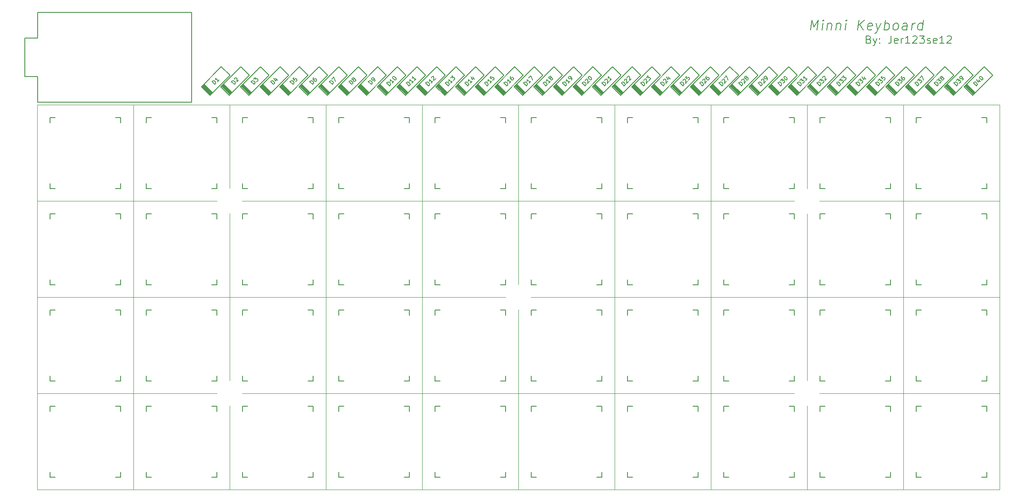
<source format=gto>
G04 #@! TF.GenerationSoftware,KiCad,Pcbnew,6.0.7-f9a2dced07~116~ubuntu20.04.1*
G04 #@! TF.CreationDate,2022-09-18T13:16:26+08:00*
G04 #@! TF.ProjectId,keyboard v3,6b657962-6f61-4726-9420-76332e6b6963,rev?*
G04 #@! TF.SameCoordinates,Original*
G04 #@! TF.FileFunction,Legend,Top*
G04 #@! TF.FilePolarity,Positive*
%FSLAX46Y46*%
G04 Gerber Fmt 4.6, Leading zero omitted, Abs format (unit mm)*
G04 Created by KiCad (PCBNEW 6.0.7-f9a2dced07~116~ubuntu20.04.1) date 2022-09-18 13:16:26*
%MOMM*%
%LPD*%
G01*
G04 APERTURE LIST*
G04 Aperture macros list*
%AMRotRect*
0 Rectangle, with rotation*
0 The origin of the aperture is its center*
0 $1 length*
0 $2 width*
0 $3 Rotation angle, in degrees counterclockwise*
0 Add horizontal line*
21,1,$1,$2,0,0,$3*%
G04 Aperture macros list end*
%ADD10C,0.200000*%
%ADD11C,0.150000*%
%ADD12C,0.120000*%
%ADD13RotRect,1.600000X1.600000X45.000000*%
%ADD14C,1.600000*%
%ADD15C,1.701800*%
%ADD16C,3.000000*%
%ADD17C,3.987800*%
%ADD18C,2.286000*%
%ADD19C,5.000000*%
%ADD20C,2.000000*%
G04 APERTURE END LIST*
D10*
X223077142Y-53952857D02*
X223291428Y-54024285D01*
X223362857Y-54095714D01*
X223434285Y-54238571D01*
X223434285Y-54452857D01*
X223362857Y-54595714D01*
X223291428Y-54667142D01*
X223148571Y-54738571D01*
X222577142Y-54738571D01*
X222577142Y-53238571D01*
X223077142Y-53238571D01*
X223220000Y-53310000D01*
X223291428Y-53381428D01*
X223362857Y-53524285D01*
X223362857Y-53667142D01*
X223291428Y-53810000D01*
X223220000Y-53881428D01*
X223077142Y-53952857D01*
X222577142Y-53952857D01*
X223934285Y-53738571D02*
X224291428Y-54738571D01*
X224648571Y-53738571D02*
X224291428Y-54738571D01*
X224148571Y-55095714D01*
X224077142Y-55167142D01*
X223934285Y-55238571D01*
X225220000Y-54595714D02*
X225291428Y-54667142D01*
X225220000Y-54738571D01*
X225148571Y-54667142D01*
X225220000Y-54595714D01*
X225220000Y-54738571D01*
X225220000Y-53810000D02*
X225291428Y-53881428D01*
X225220000Y-53952857D01*
X225148571Y-53881428D01*
X225220000Y-53810000D01*
X225220000Y-53952857D01*
X227505714Y-53238571D02*
X227505714Y-54310000D01*
X227434285Y-54524285D01*
X227291428Y-54667142D01*
X227077142Y-54738571D01*
X226934285Y-54738571D01*
X228791428Y-54667142D02*
X228648571Y-54738571D01*
X228362857Y-54738571D01*
X228220000Y-54667142D01*
X228148571Y-54524285D01*
X228148571Y-53952857D01*
X228220000Y-53810000D01*
X228362857Y-53738571D01*
X228648571Y-53738571D01*
X228791428Y-53810000D01*
X228862857Y-53952857D01*
X228862857Y-54095714D01*
X228148571Y-54238571D01*
X229505714Y-54738571D02*
X229505714Y-53738571D01*
X229505714Y-54024285D02*
X229577142Y-53881428D01*
X229648571Y-53810000D01*
X229791428Y-53738571D01*
X229934285Y-53738571D01*
X231220000Y-54738571D02*
X230362857Y-54738571D01*
X230791428Y-54738571D02*
X230791428Y-53238571D01*
X230648571Y-53452857D01*
X230505714Y-53595714D01*
X230362857Y-53667142D01*
X231791428Y-53381428D02*
X231862857Y-53310000D01*
X232005714Y-53238571D01*
X232362857Y-53238571D01*
X232505714Y-53310000D01*
X232577142Y-53381428D01*
X232648571Y-53524285D01*
X232648571Y-53667142D01*
X232577142Y-53881428D01*
X231720000Y-54738571D01*
X232648571Y-54738571D01*
X233148571Y-53238571D02*
X234077142Y-53238571D01*
X233577142Y-53810000D01*
X233791428Y-53810000D01*
X233934285Y-53881428D01*
X234005714Y-53952857D01*
X234077142Y-54095714D01*
X234077142Y-54452857D01*
X234005714Y-54595714D01*
X233934285Y-54667142D01*
X233791428Y-54738571D01*
X233362857Y-54738571D01*
X233220000Y-54667142D01*
X233148571Y-54595714D01*
X234648571Y-54667142D02*
X234791428Y-54738571D01*
X235077142Y-54738571D01*
X235220000Y-54667142D01*
X235291428Y-54524285D01*
X235291428Y-54452857D01*
X235220000Y-54310000D01*
X235077142Y-54238571D01*
X234862857Y-54238571D01*
X234720000Y-54167142D01*
X234648571Y-54024285D01*
X234648571Y-53952857D01*
X234720000Y-53810000D01*
X234862857Y-53738571D01*
X235077142Y-53738571D01*
X235220000Y-53810000D01*
X236505714Y-54667142D02*
X236362857Y-54738571D01*
X236077142Y-54738571D01*
X235934285Y-54667142D01*
X235862857Y-54524285D01*
X235862857Y-53952857D01*
X235934285Y-53810000D01*
X236077142Y-53738571D01*
X236362857Y-53738571D01*
X236505714Y-53810000D01*
X236577142Y-53952857D01*
X236577142Y-54095714D01*
X235862857Y-54238571D01*
X238005714Y-54738571D02*
X237148571Y-54738571D01*
X237577142Y-54738571D02*
X237577142Y-53238571D01*
X237434285Y-53452857D01*
X237291428Y-53595714D01*
X237148571Y-53667142D01*
X238577142Y-53381428D02*
X238648571Y-53310000D01*
X238791428Y-53238571D01*
X239148571Y-53238571D01*
X239291428Y-53310000D01*
X239362857Y-53381428D01*
X239434285Y-53524285D01*
X239434285Y-53667142D01*
X239362857Y-53881428D01*
X238505714Y-54738571D01*
X239434285Y-54738571D01*
D11*
X211513035Y-52094761D02*
X211763035Y-50094761D01*
X212251130Y-51523333D01*
X213096369Y-50094761D01*
X212846369Y-52094761D01*
X213798750Y-52094761D02*
X213965416Y-50761428D01*
X214048750Y-50094761D02*
X213941607Y-50190000D01*
X214024940Y-50285238D01*
X214132083Y-50190000D01*
X214048750Y-50094761D01*
X214024940Y-50285238D01*
X214917797Y-50761428D02*
X214751130Y-52094761D01*
X214893988Y-50951904D02*
X215001130Y-50856666D01*
X215203511Y-50761428D01*
X215489226Y-50761428D01*
X215667797Y-50856666D01*
X215739226Y-51047142D01*
X215608273Y-52094761D01*
X216727321Y-50761428D02*
X216560654Y-52094761D01*
X216703511Y-50951904D02*
X216810654Y-50856666D01*
X217013035Y-50761428D01*
X217298750Y-50761428D01*
X217477321Y-50856666D01*
X217548750Y-51047142D01*
X217417797Y-52094761D01*
X218370178Y-52094761D02*
X218536845Y-50761428D01*
X218620178Y-50094761D02*
X218513035Y-50190000D01*
X218596369Y-50285238D01*
X218703511Y-50190000D01*
X218620178Y-50094761D01*
X218596369Y-50285238D01*
X220846369Y-52094761D02*
X221096369Y-50094761D01*
X221989226Y-52094761D02*
X221274940Y-50951904D01*
X222239226Y-50094761D02*
X220953511Y-51237619D01*
X223620178Y-51999523D02*
X223417797Y-52094761D01*
X223036845Y-52094761D01*
X222858273Y-51999523D01*
X222786845Y-51809047D01*
X222882083Y-51047142D01*
X223001130Y-50856666D01*
X223203511Y-50761428D01*
X223584464Y-50761428D01*
X223763035Y-50856666D01*
X223834464Y-51047142D01*
X223810654Y-51237619D01*
X222834464Y-51428095D01*
X224536845Y-50761428D02*
X224846369Y-52094761D01*
X225489226Y-50761428D02*
X224846369Y-52094761D01*
X224596369Y-52570952D01*
X224489226Y-52666190D01*
X224286845Y-52761428D01*
X226084464Y-52094761D02*
X226334464Y-50094761D01*
X226239226Y-50856666D02*
X226441607Y-50761428D01*
X226822559Y-50761428D01*
X227001130Y-50856666D01*
X227084464Y-50951904D01*
X227155892Y-51142380D01*
X227084464Y-51713809D01*
X226965416Y-51904285D01*
X226858273Y-51999523D01*
X226655892Y-52094761D01*
X226274940Y-52094761D01*
X226096369Y-51999523D01*
X228179702Y-52094761D02*
X228001130Y-51999523D01*
X227917797Y-51904285D01*
X227846369Y-51713809D01*
X227917797Y-51142380D01*
X228036845Y-50951904D01*
X228143988Y-50856666D01*
X228346369Y-50761428D01*
X228632083Y-50761428D01*
X228810654Y-50856666D01*
X228893988Y-50951904D01*
X228965416Y-51142380D01*
X228893988Y-51713809D01*
X228774940Y-51904285D01*
X228667797Y-51999523D01*
X228465416Y-52094761D01*
X228179702Y-52094761D01*
X230560654Y-52094761D02*
X230691607Y-51047142D01*
X230620178Y-50856666D01*
X230441607Y-50761428D01*
X230060654Y-50761428D01*
X229858273Y-50856666D01*
X230572559Y-51999523D02*
X230370178Y-52094761D01*
X229893988Y-52094761D01*
X229715416Y-51999523D01*
X229643988Y-51809047D01*
X229667797Y-51618571D01*
X229786845Y-51428095D01*
X229989226Y-51332857D01*
X230465416Y-51332857D01*
X230667797Y-51237619D01*
X231513035Y-52094761D02*
X231679702Y-50761428D01*
X231632083Y-51142380D02*
X231751130Y-50951904D01*
X231858273Y-50856666D01*
X232060654Y-50761428D01*
X232251130Y-50761428D01*
X233608273Y-52094761D02*
X233858273Y-50094761D01*
X233620178Y-51999523D02*
X233417797Y-52094761D01*
X233036845Y-52094761D01*
X232858273Y-51999523D01*
X232774940Y-51904285D01*
X232703511Y-51713809D01*
X232774940Y-51142380D01*
X232893988Y-50951904D01*
X233001130Y-50856666D01*
X233203511Y-50761428D01*
X233584464Y-50761428D01*
X233763035Y-50856666D01*
X116856639Y-62873435D02*
X116290954Y-62307749D01*
X116425641Y-62173062D01*
X116533390Y-62119187D01*
X116641140Y-62119187D01*
X116721952Y-62146125D01*
X116856639Y-62226937D01*
X116937451Y-62307749D01*
X117018264Y-62442436D01*
X117045201Y-62523248D01*
X117045201Y-62630998D01*
X116991326Y-62738748D01*
X116856639Y-62873435D01*
X116802764Y-61795938D02*
X117179888Y-61418815D01*
X117503137Y-62226937D01*
X109113051Y-62873435D02*
X108547366Y-62307749D01*
X108682053Y-62173062D01*
X108789802Y-62119187D01*
X108897552Y-62119187D01*
X108978364Y-62146125D01*
X109113051Y-62226937D01*
X109193863Y-62307749D01*
X109274676Y-62442436D01*
X109301613Y-62523248D01*
X109301613Y-62630998D01*
X109247738Y-62738748D01*
X109113051Y-62873435D01*
X109382425Y-61472690D02*
X109113051Y-61742064D01*
X109355488Y-62038375D01*
X109355488Y-61984500D01*
X109382425Y-61903688D01*
X109517112Y-61769001D01*
X109597924Y-61742064D01*
X109651799Y-61742064D01*
X109732611Y-61769001D01*
X109867298Y-61903688D01*
X109894236Y-61984500D01*
X109894236Y-62038375D01*
X109867298Y-62119187D01*
X109732611Y-62253874D01*
X109651799Y-62280812D01*
X109597924Y-62280812D01*
X213382115Y-63142809D02*
X212816430Y-62577123D01*
X212951117Y-62442436D01*
X213058866Y-62388561D01*
X213166616Y-62388561D01*
X213247428Y-62415499D01*
X213382115Y-62496311D01*
X213462927Y-62577123D01*
X213543739Y-62711810D01*
X213570677Y-62792622D01*
X213570677Y-62900372D01*
X213516802Y-63008122D01*
X213382115Y-63142809D01*
X213328240Y-62065312D02*
X213678426Y-61715126D01*
X213705364Y-62119187D01*
X213786176Y-62038375D01*
X213866988Y-62011438D01*
X213920863Y-62011438D01*
X214001675Y-62038375D01*
X214136362Y-62173062D01*
X214163300Y-62253874D01*
X214163300Y-62307749D01*
X214136362Y-62388561D01*
X213974738Y-62550186D01*
X213893926Y-62577123D01*
X213840051Y-62577123D01*
X213947801Y-61553502D02*
X213947801Y-61499627D01*
X213974738Y-61418815D01*
X214109425Y-61284128D01*
X214190237Y-61257190D01*
X214244112Y-61257190D01*
X214324924Y-61284128D01*
X214378799Y-61338003D01*
X214432674Y-61445752D01*
X214432674Y-62092250D01*
X214782860Y-61742064D01*
X105241257Y-62873435D02*
X104675572Y-62307749D01*
X104810259Y-62173062D01*
X104918008Y-62119187D01*
X105025758Y-62119187D01*
X105106570Y-62146125D01*
X105241257Y-62226937D01*
X105322069Y-62307749D01*
X105402882Y-62442436D01*
X105429819Y-62523248D01*
X105429819Y-62630998D01*
X105375944Y-62738748D01*
X105241257Y-62873435D01*
X105672256Y-61688189D02*
X106049379Y-62065312D01*
X105322069Y-61607377D02*
X105591443Y-62146125D01*
X105941630Y-61795938D01*
X197894939Y-63142809D02*
X197329254Y-62577123D01*
X197463941Y-62442436D01*
X197571690Y-62388561D01*
X197679440Y-62388561D01*
X197760252Y-62415499D01*
X197894939Y-62496311D01*
X197975751Y-62577123D01*
X198056563Y-62711810D01*
X198083501Y-62792622D01*
X198083501Y-62900372D01*
X198029626Y-63008122D01*
X197894939Y-63142809D01*
X197921876Y-62092250D02*
X197921876Y-62038375D01*
X197948814Y-61957563D01*
X198083501Y-61822876D01*
X198164313Y-61795938D01*
X198218188Y-61795938D01*
X198299000Y-61822876D01*
X198352875Y-61876751D01*
X198406750Y-61984500D01*
X198406750Y-62630998D01*
X198756936Y-62280812D01*
X198756936Y-61634314D02*
X198676124Y-61661251D01*
X198622249Y-61661251D01*
X198541437Y-61634314D01*
X198514499Y-61607377D01*
X198487562Y-61526564D01*
X198487562Y-61472690D01*
X198514499Y-61391877D01*
X198622249Y-61284128D01*
X198703061Y-61257190D01*
X198756936Y-61257190D01*
X198837748Y-61284128D01*
X198864686Y-61311065D01*
X198891623Y-61391877D01*
X198891623Y-61445752D01*
X198864686Y-61526564D01*
X198756936Y-61634314D01*
X198729999Y-61715126D01*
X198729999Y-61769001D01*
X198756936Y-61849813D01*
X198864686Y-61957563D01*
X198945498Y-61984500D01*
X198999373Y-61984500D01*
X199080185Y-61957563D01*
X199187934Y-61849813D01*
X199214872Y-61769001D01*
X199214872Y-61715126D01*
X199187934Y-61634314D01*
X199080185Y-61526564D01*
X198999373Y-61499627D01*
X198945498Y-61499627D01*
X198864686Y-61526564D01*
X143689823Y-63142809D02*
X143124138Y-62577123D01*
X143258825Y-62442436D01*
X143366574Y-62388561D01*
X143474324Y-62388561D01*
X143555136Y-62415499D01*
X143689823Y-62496311D01*
X143770635Y-62577123D01*
X143851447Y-62711810D01*
X143878385Y-62792622D01*
X143878385Y-62900372D01*
X143824510Y-63008122D01*
X143689823Y-63142809D01*
X144551820Y-62280812D02*
X144228571Y-62604061D01*
X144390196Y-62442436D02*
X143824510Y-61876751D01*
X143851447Y-62011438D01*
X143851447Y-62119187D01*
X143824510Y-62200000D01*
X144659570Y-61418815D02*
X145036693Y-61795938D01*
X144309383Y-61338003D02*
X144578757Y-61876751D01*
X144928944Y-61526564D01*
X151433411Y-63142809D02*
X150867726Y-62577123D01*
X151002413Y-62442436D01*
X151110162Y-62388561D01*
X151217912Y-62388561D01*
X151298724Y-62415499D01*
X151433411Y-62496311D01*
X151514223Y-62577123D01*
X151595035Y-62711810D01*
X151621973Y-62792622D01*
X151621973Y-62900372D01*
X151568098Y-63008122D01*
X151433411Y-63142809D01*
X152295408Y-62280812D02*
X151972159Y-62604061D01*
X152133784Y-62442436D02*
X151568098Y-61876751D01*
X151595035Y-62011438D01*
X151595035Y-62119187D01*
X151568098Y-62200000D01*
X152214596Y-61230253D02*
X152106846Y-61338003D01*
X152079909Y-61418815D01*
X152079909Y-61472690D01*
X152106846Y-61607377D01*
X152187658Y-61742064D01*
X152403158Y-61957563D01*
X152483970Y-61984500D01*
X152537845Y-61984500D01*
X152618657Y-61957563D01*
X152726406Y-61849813D01*
X152753344Y-61769001D01*
X152753344Y-61715126D01*
X152726406Y-61634314D01*
X152591719Y-61499627D01*
X152510907Y-61472690D01*
X152457032Y-61472690D01*
X152376220Y-61499627D01*
X152268471Y-61607377D01*
X152241533Y-61688189D01*
X152241533Y-61742064D01*
X152268471Y-61822876D01*
X166920587Y-63142809D02*
X166354902Y-62577123D01*
X166489589Y-62442436D01*
X166597338Y-62388561D01*
X166705088Y-62388561D01*
X166785900Y-62415499D01*
X166920587Y-62496311D01*
X167001399Y-62577123D01*
X167082211Y-62711810D01*
X167109149Y-62792622D01*
X167109149Y-62900372D01*
X167055274Y-63008122D01*
X166920587Y-63142809D01*
X166947524Y-62092250D02*
X166947524Y-62038375D01*
X166974462Y-61957563D01*
X167109149Y-61822876D01*
X167189961Y-61795938D01*
X167243836Y-61795938D01*
X167324648Y-61822876D01*
X167378523Y-61876751D01*
X167432398Y-61984500D01*
X167432398Y-62630998D01*
X167782584Y-62280812D01*
X167567085Y-61364940D02*
X167620960Y-61311065D01*
X167701772Y-61284128D01*
X167755647Y-61284128D01*
X167836459Y-61311065D01*
X167971146Y-61391877D01*
X168105833Y-61526564D01*
X168186645Y-61661251D01*
X168213582Y-61742064D01*
X168213582Y-61795938D01*
X168186645Y-61876751D01*
X168132770Y-61930625D01*
X168051958Y-61957563D01*
X167998083Y-61957563D01*
X167917271Y-61930625D01*
X167782584Y-61849813D01*
X167647897Y-61715126D01*
X167567085Y-61580439D01*
X167540147Y-61499627D01*
X167540147Y-61445752D01*
X167567085Y-61364940D01*
X120728433Y-62873435D02*
X120162748Y-62307749D01*
X120297435Y-62173062D01*
X120405184Y-62119187D01*
X120512934Y-62119187D01*
X120593746Y-62146125D01*
X120728433Y-62226937D01*
X120809245Y-62307749D01*
X120890058Y-62442436D01*
X120916995Y-62523248D01*
X120916995Y-62630998D01*
X120863120Y-62738748D01*
X120728433Y-62873435D01*
X121051682Y-61903688D02*
X120970870Y-61930625D01*
X120916995Y-61930625D01*
X120836183Y-61903688D01*
X120809245Y-61876751D01*
X120782308Y-61795938D01*
X120782308Y-61742064D01*
X120809245Y-61661251D01*
X120916995Y-61553502D01*
X120997807Y-61526564D01*
X121051682Y-61526564D01*
X121132494Y-61553502D01*
X121159432Y-61580439D01*
X121186369Y-61661251D01*
X121186369Y-61715126D01*
X121159432Y-61795938D01*
X121051682Y-61903688D01*
X121024745Y-61984500D01*
X121024745Y-62038375D01*
X121051682Y-62119187D01*
X121159432Y-62226937D01*
X121240244Y-62253874D01*
X121294119Y-62253874D01*
X121374931Y-62226937D01*
X121482680Y-62119187D01*
X121509618Y-62038375D01*
X121509618Y-61984500D01*
X121482680Y-61903688D01*
X121374931Y-61795938D01*
X121294119Y-61769001D01*
X121240244Y-61769001D01*
X121159432Y-61795938D01*
X224997497Y-63142809D02*
X224431812Y-62577123D01*
X224566499Y-62442436D01*
X224674248Y-62388561D01*
X224781998Y-62388561D01*
X224862810Y-62415499D01*
X224997497Y-62496311D01*
X225078309Y-62577123D01*
X225159121Y-62711810D01*
X225186059Y-62792622D01*
X225186059Y-62900372D01*
X225132184Y-63008122D01*
X224997497Y-63142809D01*
X224943622Y-62065312D02*
X225293808Y-61715126D01*
X225320746Y-62119187D01*
X225401558Y-62038375D01*
X225482370Y-62011438D01*
X225536245Y-62011438D01*
X225617057Y-62038375D01*
X225751744Y-62173062D01*
X225778682Y-62253874D01*
X225778682Y-62307749D01*
X225751744Y-62388561D01*
X225590120Y-62550186D01*
X225509308Y-62577123D01*
X225455433Y-62577123D01*
X225805619Y-61203316D02*
X225536245Y-61472690D01*
X225778682Y-61769001D01*
X225778682Y-61715126D01*
X225805619Y-61634314D01*
X225940306Y-61499627D01*
X226021118Y-61472690D01*
X226074993Y-61472690D01*
X226155805Y-61499627D01*
X226290492Y-61634314D01*
X226317430Y-61715126D01*
X226317430Y-61769001D01*
X226290492Y-61849813D01*
X226155805Y-61984500D01*
X226074993Y-62011438D01*
X226021118Y-62011438D01*
X228869291Y-63142809D02*
X228303606Y-62577123D01*
X228438293Y-62442436D01*
X228546042Y-62388561D01*
X228653792Y-62388561D01*
X228734604Y-62415499D01*
X228869291Y-62496311D01*
X228950103Y-62577123D01*
X229030915Y-62711810D01*
X229057853Y-62792622D01*
X229057853Y-62900372D01*
X229003978Y-63008122D01*
X228869291Y-63142809D01*
X228815416Y-62065312D02*
X229165602Y-61715126D01*
X229192540Y-62119187D01*
X229273352Y-62038375D01*
X229354164Y-62011438D01*
X229408039Y-62011438D01*
X229488851Y-62038375D01*
X229623538Y-62173062D01*
X229650476Y-62253874D01*
X229650476Y-62307749D01*
X229623538Y-62388561D01*
X229461914Y-62550186D01*
X229381102Y-62577123D01*
X229327227Y-62577123D01*
X229650476Y-61230253D02*
X229542726Y-61338003D01*
X229515789Y-61418815D01*
X229515789Y-61472690D01*
X229542726Y-61607377D01*
X229623538Y-61742064D01*
X229839038Y-61957563D01*
X229919850Y-61984500D01*
X229973725Y-61984500D01*
X230054537Y-61957563D01*
X230162286Y-61849813D01*
X230189224Y-61769001D01*
X230189224Y-61715126D01*
X230162286Y-61634314D01*
X230027599Y-61499627D01*
X229946787Y-61472690D01*
X229892912Y-61472690D01*
X229812100Y-61499627D01*
X229704351Y-61607377D01*
X229677413Y-61688189D01*
X229677413Y-61742064D01*
X229704351Y-61822876D01*
X205638527Y-63142809D02*
X205072842Y-62577123D01*
X205207529Y-62442436D01*
X205315278Y-62388561D01*
X205423028Y-62388561D01*
X205503840Y-62415499D01*
X205638527Y-62496311D01*
X205719339Y-62577123D01*
X205800151Y-62711810D01*
X205827089Y-62792622D01*
X205827089Y-62900372D01*
X205773214Y-63008122D01*
X205638527Y-63142809D01*
X205584652Y-62065312D02*
X205934838Y-61715126D01*
X205961776Y-62119187D01*
X206042588Y-62038375D01*
X206123400Y-62011438D01*
X206177275Y-62011438D01*
X206258087Y-62038375D01*
X206392774Y-62173062D01*
X206419712Y-62253874D01*
X206419712Y-62307749D01*
X206392774Y-62388561D01*
X206231150Y-62550186D01*
X206150338Y-62577123D01*
X206096463Y-62577123D01*
X206285025Y-61364940D02*
X206338900Y-61311065D01*
X206419712Y-61284128D01*
X206473587Y-61284128D01*
X206554399Y-61311065D01*
X206689086Y-61391877D01*
X206823773Y-61526564D01*
X206904585Y-61661251D01*
X206931522Y-61742064D01*
X206931522Y-61795938D01*
X206904585Y-61876751D01*
X206850710Y-61930625D01*
X206769898Y-61957563D01*
X206716023Y-61957563D01*
X206635211Y-61930625D01*
X206500524Y-61849813D01*
X206365837Y-61715126D01*
X206285025Y-61580439D01*
X206258087Y-61499627D01*
X206258087Y-61445752D01*
X206285025Y-61364940D01*
X159176999Y-63142809D02*
X158611314Y-62577123D01*
X158746001Y-62442436D01*
X158853750Y-62388561D01*
X158961500Y-62388561D01*
X159042312Y-62415499D01*
X159176999Y-62496311D01*
X159257811Y-62577123D01*
X159338623Y-62711810D01*
X159365561Y-62792622D01*
X159365561Y-62900372D01*
X159311686Y-63008122D01*
X159176999Y-63142809D01*
X160038996Y-62280812D02*
X159715747Y-62604061D01*
X159877372Y-62442436D02*
X159311686Y-61876751D01*
X159338623Y-62011438D01*
X159338623Y-62119187D01*
X159311686Y-62200000D01*
X160038996Y-61634314D02*
X159958184Y-61661251D01*
X159904309Y-61661251D01*
X159823497Y-61634314D01*
X159796559Y-61607377D01*
X159769622Y-61526564D01*
X159769622Y-61472690D01*
X159796559Y-61391877D01*
X159904309Y-61284128D01*
X159985121Y-61257190D01*
X160038996Y-61257190D01*
X160119808Y-61284128D01*
X160146746Y-61311065D01*
X160173683Y-61391877D01*
X160173683Y-61445752D01*
X160146746Y-61526564D01*
X160038996Y-61634314D01*
X160012059Y-61715126D01*
X160012059Y-61769001D01*
X160038996Y-61849813D01*
X160146746Y-61957563D01*
X160227558Y-61984500D01*
X160281433Y-61984500D01*
X160362245Y-61957563D01*
X160469994Y-61849813D01*
X160496932Y-61769001D01*
X160496932Y-61715126D01*
X160469994Y-61634314D01*
X160362245Y-61526564D01*
X160281433Y-61499627D01*
X160227558Y-61499627D01*
X160146746Y-61526564D01*
X232741085Y-63142809D02*
X232175400Y-62577123D01*
X232310087Y-62442436D01*
X232417836Y-62388561D01*
X232525586Y-62388561D01*
X232606398Y-62415499D01*
X232741085Y-62496311D01*
X232821897Y-62577123D01*
X232902709Y-62711810D01*
X232929647Y-62792622D01*
X232929647Y-62900372D01*
X232875772Y-63008122D01*
X232741085Y-63142809D01*
X232687210Y-62065312D02*
X233037396Y-61715126D01*
X233064334Y-62119187D01*
X233145146Y-62038375D01*
X233225958Y-62011438D01*
X233279833Y-62011438D01*
X233360645Y-62038375D01*
X233495332Y-62173062D01*
X233522270Y-62253874D01*
X233522270Y-62307749D01*
X233495332Y-62388561D01*
X233333708Y-62550186D01*
X233252896Y-62577123D01*
X233199021Y-62577123D01*
X233225958Y-61526564D02*
X233603082Y-61149441D01*
X233926331Y-61957563D01*
X128202647Y-63142809D02*
X127636962Y-62577123D01*
X127771649Y-62442436D01*
X127879398Y-62388561D01*
X127987148Y-62388561D01*
X128067960Y-62415499D01*
X128202647Y-62496311D01*
X128283459Y-62577123D01*
X128364271Y-62711810D01*
X128391209Y-62792622D01*
X128391209Y-62900372D01*
X128337334Y-63008122D01*
X128202647Y-63142809D01*
X129064644Y-62280812D02*
X128741395Y-62604061D01*
X128903020Y-62442436D02*
X128337334Y-61876751D01*
X128364271Y-62011438D01*
X128364271Y-62119187D01*
X128337334Y-62200000D01*
X128849145Y-61364940D02*
X128903020Y-61311065D01*
X128983832Y-61284128D01*
X129037707Y-61284128D01*
X129118519Y-61311065D01*
X129253206Y-61391877D01*
X129387893Y-61526564D01*
X129468705Y-61661251D01*
X129495642Y-61742064D01*
X129495642Y-61795938D01*
X129468705Y-61876751D01*
X129414830Y-61930625D01*
X129334018Y-61957563D01*
X129280143Y-61957563D01*
X129199331Y-61930625D01*
X129064644Y-61849813D01*
X128929957Y-61715126D01*
X128849145Y-61580439D01*
X128822207Y-61499627D01*
X128822207Y-61445752D01*
X128849145Y-61364940D01*
X155305205Y-63142809D02*
X154739520Y-62577123D01*
X154874207Y-62442436D01*
X154981956Y-62388561D01*
X155089706Y-62388561D01*
X155170518Y-62415499D01*
X155305205Y-62496311D01*
X155386017Y-62577123D01*
X155466829Y-62711810D01*
X155493767Y-62792622D01*
X155493767Y-62900372D01*
X155439892Y-63008122D01*
X155305205Y-63142809D01*
X156167202Y-62280812D02*
X155843953Y-62604061D01*
X156005578Y-62442436D02*
X155439892Y-61876751D01*
X155466829Y-62011438D01*
X155466829Y-62119187D01*
X155439892Y-62200000D01*
X155790078Y-61526564D02*
X156167202Y-61149441D01*
X156490451Y-61957563D01*
X217253909Y-63142809D02*
X216688224Y-62577123D01*
X216822911Y-62442436D01*
X216930660Y-62388561D01*
X217038410Y-62388561D01*
X217119222Y-62415499D01*
X217253909Y-62496311D01*
X217334721Y-62577123D01*
X217415533Y-62711810D01*
X217442471Y-62792622D01*
X217442471Y-62900372D01*
X217388596Y-63008122D01*
X217253909Y-63142809D01*
X217200034Y-62065312D02*
X217550220Y-61715126D01*
X217577158Y-62119187D01*
X217657970Y-62038375D01*
X217738782Y-62011438D01*
X217792657Y-62011438D01*
X217873469Y-62038375D01*
X218008156Y-62173062D01*
X218035094Y-62253874D01*
X218035094Y-62307749D01*
X218008156Y-62388561D01*
X217846532Y-62550186D01*
X217765720Y-62577123D01*
X217711845Y-62577123D01*
X217738782Y-61526564D02*
X218088969Y-61176378D01*
X218115906Y-61580439D01*
X218196718Y-61499627D01*
X218277530Y-61472690D01*
X218331405Y-61472690D01*
X218412217Y-61499627D01*
X218546904Y-61634314D01*
X218573842Y-61715126D01*
X218573842Y-61769001D01*
X218546904Y-61849813D01*
X218385280Y-62011438D01*
X218304468Y-62038375D01*
X218250593Y-62038375D01*
X236612879Y-63142809D02*
X236047194Y-62577123D01*
X236181881Y-62442436D01*
X236289630Y-62388561D01*
X236397380Y-62388561D01*
X236478192Y-62415499D01*
X236612879Y-62496311D01*
X236693691Y-62577123D01*
X236774503Y-62711810D01*
X236801441Y-62792622D01*
X236801441Y-62900372D01*
X236747566Y-63008122D01*
X236612879Y-63142809D01*
X236559004Y-62065312D02*
X236909190Y-61715126D01*
X236936128Y-62119187D01*
X237016940Y-62038375D01*
X237097752Y-62011438D01*
X237151627Y-62011438D01*
X237232439Y-62038375D01*
X237367126Y-62173062D01*
X237394064Y-62253874D01*
X237394064Y-62307749D01*
X237367126Y-62388561D01*
X237205502Y-62550186D01*
X237124690Y-62577123D01*
X237070815Y-62577123D01*
X237474876Y-61634314D02*
X237394064Y-61661251D01*
X237340189Y-61661251D01*
X237259377Y-61634314D01*
X237232439Y-61607377D01*
X237205502Y-61526564D01*
X237205502Y-61472690D01*
X237232439Y-61391877D01*
X237340189Y-61284128D01*
X237421001Y-61257190D01*
X237474876Y-61257190D01*
X237555688Y-61284128D01*
X237582626Y-61311065D01*
X237609563Y-61391877D01*
X237609563Y-61445752D01*
X237582626Y-61526564D01*
X237474876Y-61634314D01*
X237447939Y-61715126D01*
X237447939Y-61769001D01*
X237474876Y-61849813D01*
X237582626Y-61957563D01*
X237663438Y-61984500D01*
X237717313Y-61984500D01*
X237798125Y-61957563D01*
X237905874Y-61849813D01*
X237932812Y-61769001D01*
X237932812Y-61715126D01*
X237905874Y-61634314D01*
X237798125Y-61526564D01*
X237717313Y-61499627D01*
X237663438Y-61499627D01*
X237582626Y-61526564D01*
X147561617Y-63142809D02*
X146995932Y-62577123D01*
X147130619Y-62442436D01*
X147238368Y-62388561D01*
X147346118Y-62388561D01*
X147426930Y-62415499D01*
X147561617Y-62496311D01*
X147642429Y-62577123D01*
X147723241Y-62711810D01*
X147750179Y-62792622D01*
X147750179Y-62900372D01*
X147696304Y-63008122D01*
X147561617Y-63142809D01*
X148423614Y-62280812D02*
X148100365Y-62604061D01*
X148261990Y-62442436D02*
X147696304Y-61876751D01*
X147723241Y-62011438D01*
X147723241Y-62119187D01*
X147696304Y-62200000D01*
X148369739Y-61203316D02*
X148100365Y-61472690D01*
X148342802Y-61769001D01*
X148342802Y-61715126D01*
X148369739Y-61634314D01*
X148504426Y-61499627D01*
X148585238Y-61472690D01*
X148639113Y-61472690D01*
X148719925Y-61499627D01*
X148854612Y-61634314D01*
X148881550Y-61715126D01*
X148881550Y-61769001D01*
X148854612Y-61849813D01*
X148719925Y-61984500D01*
X148639113Y-62011438D01*
X148585238Y-62011438D01*
X139818029Y-63142809D02*
X139252344Y-62577123D01*
X139387031Y-62442436D01*
X139494780Y-62388561D01*
X139602530Y-62388561D01*
X139683342Y-62415499D01*
X139818029Y-62496311D01*
X139898841Y-62577123D01*
X139979653Y-62711810D01*
X140006591Y-62792622D01*
X140006591Y-62900372D01*
X139952716Y-63008122D01*
X139818029Y-63142809D01*
X140680026Y-62280812D02*
X140356777Y-62604061D01*
X140518402Y-62442436D02*
X139952716Y-61876751D01*
X139979653Y-62011438D01*
X139979653Y-62119187D01*
X139952716Y-62200000D01*
X140302902Y-61526564D02*
X140653089Y-61176378D01*
X140680026Y-61580439D01*
X140760838Y-61499627D01*
X140841650Y-61472690D01*
X140895525Y-61472690D01*
X140976337Y-61499627D01*
X141111024Y-61634314D01*
X141137962Y-61715126D01*
X141137962Y-61769001D01*
X141111024Y-61849813D01*
X140949400Y-62011438D01*
X140868588Y-62038375D01*
X140814713Y-62038375D01*
X194023145Y-63142809D02*
X193457460Y-62577123D01*
X193592147Y-62442436D01*
X193699896Y-62388561D01*
X193807646Y-62388561D01*
X193888458Y-62415499D01*
X194023145Y-62496311D01*
X194103957Y-62577123D01*
X194184769Y-62711810D01*
X194211707Y-62792622D01*
X194211707Y-62900372D01*
X194157832Y-63008122D01*
X194023145Y-63142809D01*
X194050082Y-62092250D02*
X194050082Y-62038375D01*
X194077020Y-61957563D01*
X194211707Y-61822876D01*
X194292519Y-61795938D01*
X194346394Y-61795938D01*
X194427206Y-61822876D01*
X194481081Y-61876751D01*
X194534956Y-61984500D01*
X194534956Y-62630998D01*
X194885142Y-62280812D01*
X194508018Y-61526564D02*
X194885142Y-61149441D01*
X195208391Y-61957563D01*
X209510321Y-63142809D02*
X208944636Y-62577123D01*
X209079323Y-62442436D01*
X209187072Y-62388561D01*
X209294822Y-62388561D01*
X209375634Y-62415499D01*
X209510321Y-62496311D01*
X209591133Y-62577123D01*
X209671945Y-62711810D01*
X209698883Y-62792622D01*
X209698883Y-62900372D01*
X209645008Y-63008122D01*
X209510321Y-63142809D01*
X209456446Y-62065312D02*
X209806632Y-61715126D01*
X209833570Y-62119187D01*
X209914382Y-62038375D01*
X209995194Y-62011438D01*
X210049069Y-62011438D01*
X210129881Y-62038375D01*
X210264568Y-62173062D01*
X210291506Y-62253874D01*
X210291506Y-62307749D01*
X210264568Y-62388561D01*
X210102944Y-62550186D01*
X210022132Y-62577123D01*
X209968257Y-62577123D01*
X210911066Y-61742064D02*
X210587817Y-62065312D01*
X210749442Y-61903688D02*
X210183756Y-61338003D01*
X210210694Y-61472690D01*
X210210694Y-61580439D01*
X210183756Y-61661251D01*
X244356467Y-63142809D02*
X243790782Y-62577123D01*
X243925469Y-62442436D01*
X244033218Y-62388561D01*
X244140968Y-62388561D01*
X244221780Y-62415499D01*
X244356467Y-62496311D01*
X244437279Y-62577123D01*
X244518091Y-62711810D01*
X244545029Y-62792622D01*
X244545029Y-62900372D01*
X244491154Y-63008122D01*
X244356467Y-63142809D01*
X244787466Y-61957563D02*
X245164589Y-62334687D01*
X244437279Y-61876751D02*
X244706653Y-62415499D01*
X245056840Y-62065312D01*
X245002965Y-61364940D02*
X245056840Y-61311065D01*
X245137652Y-61284128D01*
X245191527Y-61284128D01*
X245272339Y-61311065D01*
X245407026Y-61391877D01*
X245541713Y-61526564D01*
X245622525Y-61661251D01*
X245649462Y-61742064D01*
X245649462Y-61795938D01*
X245622525Y-61876751D01*
X245568650Y-61930625D01*
X245487838Y-61957563D01*
X245433963Y-61957563D01*
X245353151Y-61930625D01*
X245218464Y-61849813D01*
X245083777Y-61715126D01*
X245002965Y-61580439D01*
X244976027Y-61499627D01*
X244976027Y-61445752D01*
X245002965Y-61364940D01*
X97497669Y-62873435D02*
X96931984Y-62307749D01*
X97066671Y-62173062D01*
X97174420Y-62119187D01*
X97282170Y-62119187D01*
X97362982Y-62146125D01*
X97497669Y-62226937D01*
X97578481Y-62307749D01*
X97659294Y-62442436D01*
X97686231Y-62523248D01*
X97686231Y-62630998D01*
X97632356Y-62738748D01*
X97497669Y-62873435D01*
X97524606Y-61822876D02*
X97524606Y-61769001D01*
X97551544Y-61688189D01*
X97686231Y-61553502D01*
X97767043Y-61526564D01*
X97820918Y-61526564D01*
X97901730Y-61553502D01*
X97955605Y-61607377D01*
X98009480Y-61715126D01*
X98009480Y-62361624D01*
X98359666Y-62011438D01*
X112984845Y-62873435D02*
X112419160Y-62307749D01*
X112553847Y-62173062D01*
X112661596Y-62119187D01*
X112769346Y-62119187D01*
X112850158Y-62146125D01*
X112984845Y-62226937D01*
X113065657Y-62307749D01*
X113146470Y-62442436D01*
X113173407Y-62523248D01*
X113173407Y-62630998D01*
X113119532Y-62738748D01*
X112984845Y-62873435D01*
X113227282Y-61499627D02*
X113119532Y-61607377D01*
X113092595Y-61688189D01*
X113092595Y-61742064D01*
X113119532Y-61876751D01*
X113200344Y-62011438D01*
X113415844Y-62226937D01*
X113496656Y-62253874D01*
X113550531Y-62253874D01*
X113631343Y-62226937D01*
X113739092Y-62119187D01*
X113766030Y-62038375D01*
X113766030Y-61984500D01*
X113739092Y-61903688D01*
X113604405Y-61769001D01*
X113523593Y-61742064D01*
X113469718Y-61742064D01*
X113388906Y-61769001D01*
X113281157Y-61876751D01*
X113254219Y-61957563D01*
X113254219Y-62011438D01*
X113281157Y-62092250D01*
X174664175Y-63142809D02*
X174098490Y-62577123D01*
X174233177Y-62442436D01*
X174340926Y-62388561D01*
X174448676Y-62388561D01*
X174529488Y-62415499D01*
X174664175Y-62496311D01*
X174744987Y-62577123D01*
X174825799Y-62711810D01*
X174852737Y-62792622D01*
X174852737Y-62900372D01*
X174798862Y-63008122D01*
X174664175Y-63142809D01*
X174691112Y-62092250D02*
X174691112Y-62038375D01*
X174718050Y-61957563D01*
X174852737Y-61822876D01*
X174933549Y-61795938D01*
X174987424Y-61795938D01*
X175068236Y-61822876D01*
X175122111Y-61876751D01*
X175175986Y-61984500D01*
X175175986Y-62630998D01*
X175526172Y-62280812D01*
X175229861Y-61553502D02*
X175229861Y-61499627D01*
X175256798Y-61418815D01*
X175391485Y-61284128D01*
X175472297Y-61257190D01*
X175526172Y-61257190D01*
X175606984Y-61284128D01*
X175660859Y-61338003D01*
X175714734Y-61445752D01*
X175714734Y-62092250D01*
X176064920Y-61742064D01*
X124600227Y-62873435D02*
X124034542Y-62307749D01*
X124169229Y-62173062D01*
X124276978Y-62119187D01*
X124384728Y-62119187D01*
X124465540Y-62146125D01*
X124600227Y-62226937D01*
X124681039Y-62307749D01*
X124761852Y-62442436D01*
X124788789Y-62523248D01*
X124788789Y-62630998D01*
X124734914Y-62738748D01*
X124600227Y-62873435D01*
X125192850Y-62280812D02*
X125300600Y-62173062D01*
X125327537Y-62092250D01*
X125327537Y-62038375D01*
X125300600Y-61903688D01*
X125219787Y-61769001D01*
X125004288Y-61553502D01*
X124923476Y-61526564D01*
X124869601Y-61526564D01*
X124788789Y-61553502D01*
X124681039Y-61661251D01*
X124654102Y-61742064D01*
X124654102Y-61795938D01*
X124681039Y-61876751D01*
X124815726Y-62011438D01*
X124896539Y-62038375D01*
X124950413Y-62038375D01*
X125031226Y-62011438D01*
X125138975Y-61903688D01*
X125165913Y-61822876D01*
X125165913Y-61769001D01*
X125138975Y-61688189D01*
X201766733Y-63142809D02*
X201201048Y-62577123D01*
X201335735Y-62442436D01*
X201443484Y-62388561D01*
X201551234Y-62388561D01*
X201632046Y-62415499D01*
X201766733Y-62496311D01*
X201847545Y-62577123D01*
X201928357Y-62711810D01*
X201955295Y-62792622D01*
X201955295Y-62900372D01*
X201901420Y-63008122D01*
X201766733Y-63142809D01*
X201793670Y-62092250D02*
X201793670Y-62038375D01*
X201820608Y-61957563D01*
X201955295Y-61822876D01*
X202036107Y-61795938D01*
X202089982Y-61795938D01*
X202170794Y-61822876D01*
X202224669Y-61876751D01*
X202278544Y-61984500D01*
X202278544Y-62630998D01*
X202628730Y-62280812D01*
X202898104Y-62011438D02*
X203005854Y-61903688D01*
X203032791Y-61822876D01*
X203032791Y-61769001D01*
X203005854Y-61634314D01*
X202925041Y-61499627D01*
X202709542Y-61284128D01*
X202628730Y-61257190D01*
X202574855Y-61257190D01*
X202494043Y-61284128D01*
X202386293Y-61391877D01*
X202359356Y-61472690D01*
X202359356Y-61526564D01*
X202386293Y-61607377D01*
X202520980Y-61742064D01*
X202601793Y-61769001D01*
X202655667Y-61769001D01*
X202736480Y-61742064D01*
X202844229Y-61634314D01*
X202871167Y-61553502D01*
X202871167Y-61499627D01*
X202844229Y-61418815D01*
X170792381Y-63142809D02*
X170226696Y-62577123D01*
X170361383Y-62442436D01*
X170469132Y-62388561D01*
X170576882Y-62388561D01*
X170657694Y-62415499D01*
X170792381Y-62496311D01*
X170873193Y-62577123D01*
X170954005Y-62711810D01*
X170980943Y-62792622D01*
X170980943Y-62900372D01*
X170927068Y-63008122D01*
X170792381Y-63142809D01*
X170819318Y-62092250D02*
X170819318Y-62038375D01*
X170846256Y-61957563D01*
X170980943Y-61822876D01*
X171061755Y-61795938D01*
X171115630Y-61795938D01*
X171196442Y-61822876D01*
X171250317Y-61876751D01*
X171304192Y-61984500D01*
X171304192Y-62630998D01*
X171654378Y-62280812D01*
X172193126Y-61742064D02*
X171869877Y-62065312D01*
X172031502Y-61903688D02*
X171465816Y-61338003D01*
X171492754Y-61472690D01*
X171492754Y-61580439D01*
X171465816Y-61661251D01*
X93625875Y-62873435D02*
X93060190Y-62307749D01*
X93194877Y-62173062D01*
X93302626Y-62119187D01*
X93410376Y-62119187D01*
X93491188Y-62146125D01*
X93625875Y-62226937D01*
X93706687Y-62307749D01*
X93787500Y-62442436D01*
X93814437Y-62523248D01*
X93814437Y-62630998D01*
X93760562Y-62738748D01*
X93625875Y-62873435D01*
X94487872Y-62011438D02*
X94164623Y-62334687D01*
X94326248Y-62173062D02*
X93760562Y-61607377D01*
X93787500Y-61742064D01*
X93787500Y-61849813D01*
X93760562Y-61930625D01*
X221125703Y-63142809D02*
X220560018Y-62577123D01*
X220694705Y-62442436D01*
X220802454Y-62388561D01*
X220910204Y-62388561D01*
X220991016Y-62415499D01*
X221125703Y-62496311D01*
X221206515Y-62577123D01*
X221287327Y-62711810D01*
X221314265Y-62792622D01*
X221314265Y-62900372D01*
X221260390Y-63008122D01*
X221125703Y-63142809D01*
X221071828Y-62065312D02*
X221422014Y-61715126D01*
X221448952Y-62119187D01*
X221529764Y-62038375D01*
X221610576Y-62011438D01*
X221664451Y-62011438D01*
X221745263Y-62038375D01*
X221879950Y-62173062D01*
X221906888Y-62253874D01*
X221906888Y-62307749D01*
X221879950Y-62388561D01*
X221718326Y-62550186D01*
X221637514Y-62577123D01*
X221583639Y-62577123D01*
X222095450Y-61418815D02*
X222472573Y-61795938D01*
X221745263Y-61338003D02*
X222014637Y-61876751D01*
X222364824Y-61526564D01*
X178535969Y-63142809D02*
X177970284Y-62577123D01*
X178104971Y-62442436D01*
X178212720Y-62388561D01*
X178320470Y-62388561D01*
X178401282Y-62415499D01*
X178535969Y-62496311D01*
X178616781Y-62577123D01*
X178697593Y-62711810D01*
X178724531Y-62792622D01*
X178724531Y-62900372D01*
X178670656Y-63008122D01*
X178535969Y-63142809D01*
X178562906Y-62092250D02*
X178562906Y-62038375D01*
X178589844Y-61957563D01*
X178724531Y-61822876D01*
X178805343Y-61795938D01*
X178859218Y-61795938D01*
X178940030Y-61822876D01*
X178993905Y-61876751D01*
X179047780Y-61984500D01*
X179047780Y-62630998D01*
X179397966Y-62280812D01*
X179020842Y-61526564D02*
X179371029Y-61176378D01*
X179397966Y-61580439D01*
X179478778Y-61499627D01*
X179559590Y-61472690D01*
X179613465Y-61472690D01*
X179694277Y-61499627D01*
X179828964Y-61634314D01*
X179855902Y-61715126D01*
X179855902Y-61769001D01*
X179828964Y-61849813D01*
X179667340Y-62011438D01*
X179586528Y-62038375D01*
X179532653Y-62038375D01*
X190151351Y-63142809D02*
X189585666Y-62577123D01*
X189720353Y-62442436D01*
X189828102Y-62388561D01*
X189935852Y-62388561D01*
X190016664Y-62415499D01*
X190151351Y-62496311D01*
X190232163Y-62577123D01*
X190312975Y-62711810D01*
X190339913Y-62792622D01*
X190339913Y-62900372D01*
X190286038Y-63008122D01*
X190151351Y-63142809D01*
X190178288Y-62092250D02*
X190178288Y-62038375D01*
X190205226Y-61957563D01*
X190339913Y-61822876D01*
X190420725Y-61795938D01*
X190474600Y-61795938D01*
X190555412Y-61822876D01*
X190609287Y-61876751D01*
X190663162Y-61984500D01*
X190663162Y-62630998D01*
X191013348Y-62280812D01*
X190932536Y-61230253D02*
X190824786Y-61338003D01*
X190797849Y-61418815D01*
X190797849Y-61472690D01*
X190824786Y-61607377D01*
X190905598Y-61742064D01*
X191121098Y-61957563D01*
X191201910Y-61984500D01*
X191255785Y-61984500D01*
X191336597Y-61957563D01*
X191444346Y-61849813D01*
X191471284Y-61769001D01*
X191471284Y-61715126D01*
X191444346Y-61634314D01*
X191309659Y-61499627D01*
X191228847Y-61472690D01*
X191174972Y-61472690D01*
X191094160Y-61499627D01*
X190986411Y-61607377D01*
X190959473Y-61688189D01*
X190959473Y-61742064D01*
X190986411Y-61822876D01*
X101369463Y-62873435D02*
X100803778Y-62307749D01*
X100938465Y-62173062D01*
X101046214Y-62119187D01*
X101153964Y-62119187D01*
X101234776Y-62146125D01*
X101369463Y-62226937D01*
X101450275Y-62307749D01*
X101531088Y-62442436D01*
X101558025Y-62523248D01*
X101558025Y-62630998D01*
X101504150Y-62738748D01*
X101369463Y-62873435D01*
X101315588Y-61795938D02*
X101665775Y-61445752D01*
X101692712Y-61849813D01*
X101773524Y-61769001D01*
X101854336Y-61742064D01*
X101908211Y-61742064D01*
X101989023Y-61769001D01*
X102123710Y-61903688D01*
X102150648Y-61984500D01*
X102150648Y-62038375D01*
X102123710Y-62119187D01*
X101962086Y-62280812D01*
X101881274Y-62307749D01*
X101827399Y-62307749D01*
X240484673Y-63142809D02*
X239918988Y-62577123D01*
X240053675Y-62442436D01*
X240161424Y-62388561D01*
X240269174Y-62388561D01*
X240349986Y-62415499D01*
X240484673Y-62496311D01*
X240565485Y-62577123D01*
X240646297Y-62711810D01*
X240673235Y-62792622D01*
X240673235Y-62900372D01*
X240619360Y-63008122D01*
X240484673Y-63142809D01*
X240430798Y-62065312D02*
X240780984Y-61715126D01*
X240807922Y-62119187D01*
X240888734Y-62038375D01*
X240969546Y-62011438D01*
X241023421Y-62011438D01*
X241104233Y-62038375D01*
X241238920Y-62173062D01*
X241265858Y-62253874D01*
X241265858Y-62307749D01*
X241238920Y-62388561D01*
X241077296Y-62550186D01*
X240996484Y-62577123D01*
X240942609Y-62577123D01*
X241616044Y-62011438D02*
X241723794Y-61903688D01*
X241750731Y-61822876D01*
X241750731Y-61769001D01*
X241723794Y-61634314D01*
X241642981Y-61499627D01*
X241427482Y-61284128D01*
X241346670Y-61257190D01*
X241292795Y-61257190D01*
X241211983Y-61284128D01*
X241104233Y-61391877D01*
X241077296Y-61472690D01*
X241077296Y-61526564D01*
X241104233Y-61607377D01*
X241238920Y-61742064D01*
X241319733Y-61769001D01*
X241373607Y-61769001D01*
X241454420Y-61742064D01*
X241562169Y-61634314D01*
X241589107Y-61553502D01*
X241589107Y-61499627D01*
X241562169Y-61418815D01*
X135946235Y-63142809D02*
X135380550Y-62577123D01*
X135515237Y-62442436D01*
X135622986Y-62388561D01*
X135730736Y-62388561D01*
X135811548Y-62415499D01*
X135946235Y-62496311D01*
X136027047Y-62577123D01*
X136107859Y-62711810D01*
X136134797Y-62792622D01*
X136134797Y-62900372D01*
X136080922Y-63008122D01*
X135946235Y-63142809D01*
X136808232Y-62280812D02*
X136484983Y-62604061D01*
X136646608Y-62442436D02*
X136080922Y-61876751D01*
X136107859Y-62011438D01*
X136107859Y-62119187D01*
X136080922Y-62200000D01*
X136511921Y-61553502D02*
X136511921Y-61499627D01*
X136538858Y-61418815D01*
X136673545Y-61284128D01*
X136754357Y-61257190D01*
X136808232Y-61257190D01*
X136889044Y-61284128D01*
X136942919Y-61338003D01*
X136996794Y-61445752D01*
X136996794Y-62092250D01*
X137346980Y-61742064D01*
X132074441Y-63142809D02*
X131508756Y-62577123D01*
X131643443Y-62442436D01*
X131751192Y-62388561D01*
X131858942Y-62388561D01*
X131939754Y-62415499D01*
X132074441Y-62496311D01*
X132155253Y-62577123D01*
X132236065Y-62711810D01*
X132263003Y-62792622D01*
X132263003Y-62900372D01*
X132209128Y-63008122D01*
X132074441Y-63142809D01*
X132936438Y-62280812D02*
X132613189Y-62604061D01*
X132774814Y-62442436D02*
X132209128Y-61876751D01*
X132236065Y-62011438D01*
X132236065Y-62119187D01*
X132209128Y-62200000D01*
X133475186Y-61742064D02*
X133151937Y-62065312D01*
X133313562Y-61903688D02*
X132747876Y-61338003D01*
X132774814Y-61472690D01*
X132774814Y-61580439D01*
X132747876Y-61661251D01*
X182407763Y-63142809D02*
X181842078Y-62577123D01*
X181976765Y-62442436D01*
X182084514Y-62388561D01*
X182192264Y-62388561D01*
X182273076Y-62415499D01*
X182407763Y-62496311D01*
X182488575Y-62577123D01*
X182569387Y-62711810D01*
X182596325Y-62792622D01*
X182596325Y-62900372D01*
X182542450Y-63008122D01*
X182407763Y-63142809D01*
X182434700Y-62092250D02*
X182434700Y-62038375D01*
X182461638Y-61957563D01*
X182596325Y-61822876D01*
X182677137Y-61795938D01*
X182731012Y-61795938D01*
X182811824Y-61822876D01*
X182865699Y-61876751D01*
X182919574Y-61984500D01*
X182919574Y-62630998D01*
X183269760Y-62280812D01*
X183377510Y-61418815D02*
X183754633Y-61795938D01*
X183027323Y-61338003D02*
X183296697Y-61876751D01*
X183646884Y-61526564D01*
X186279557Y-63142809D02*
X185713872Y-62577123D01*
X185848559Y-62442436D01*
X185956308Y-62388561D01*
X186064058Y-62388561D01*
X186144870Y-62415499D01*
X186279557Y-62496311D01*
X186360369Y-62577123D01*
X186441181Y-62711810D01*
X186468119Y-62792622D01*
X186468119Y-62900372D01*
X186414244Y-63008122D01*
X186279557Y-63142809D01*
X186306494Y-62092250D02*
X186306494Y-62038375D01*
X186333432Y-61957563D01*
X186468119Y-61822876D01*
X186548931Y-61795938D01*
X186602806Y-61795938D01*
X186683618Y-61822876D01*
X186737493Y-61876751D01*
X186791368Y-61984500D01*
X186791368Y-62630998D01*
X187141554Y-62280812D01*
X187087679Y-61203316D02*
X186818305Y-61472690D01*
X187060742Y-61769001D01*
X187060742Y-61715126D01*
X187087679Y-61634314D01*
X187222366Y-61499627D01*
X187303178Y-61472690D01*
X187357053Y-61472690D01*
X187437865Y-61499627D01*
X187572552Y-61634314D01*
X187599490Y-61715126D01*
X187599490Y-61769001D01*
X187572552Y-61849813D01*
X187437865Y-61984500D01*
X187357053Y-62011438D01*
X187303178Y-62011438D01*
X163048793Y-63142809D02*
X162483108Y-62577123D01*
X162617795Y-62442436D01*
X162725544Y-62388561D01*
X162833294Y-62388561D01*
X162914106Y-62415499D01*
X163048793Y-62496311D01*
X163129605Y-62577123D01*
X163210417Y-62711810D01*
X163237355Y-62792622D01*
X163237355Y-62900372D01*
X163183480Y-63008122D01*
X163048793Y-63142809D01*
X163910790Y-62280812D02*
X163587541Y-62604061D01*
X163749166Y-62442436D02*
X163183480Y-61876751D01*
X163210417Y-62011438D01*
X163210417Y-62119187D01*
X163183480Y-62200000D01*
X164180164Y-62011438D02*
X164287914Y-61903688D01*
X164314851Y-61822876D01*
X164314851Y-61769001D01*
X164287914Y-61634314D01*
X164207101Y-61499627D01*
X163991602Y-61284128D01*
X163910790Y-61257190D01*
X163856915Y-61257190D01*
X163776103Y-61284128D01*
X163668353Y-61391877D01*
X163641416Y-61472690D01*
X163641416Y-61526564D01*
X163668353Y-61607377D01*
X163803040Y-61742064D01*
X163883853Y-61769001D01*
X163937727Y-61769001D01*
X164018540Y-61742064D01*
X164126289Y-61634314D01*
X164153227Y-61553502D01*
X164153227Y-61499627D01*
X164126289Y-61418815D01*
X60987500Y-89500000D02*
X60987500Y-88500000D01*
D12*
X58462500Y-85975000D02*
X77512500Y-85975000D01*
D11*
X60987500Y-102500000D02*
X61987500Y-102500000D01*
X74987500Y-101500000D02*
X74987500Y-102500000D01*
X74987500Y-88500000D02*
X74987500Y-89500000D01*
D12*
X77512500Y-105025000D02*
X58462500Y-105025000D01*
X58462500Y-105025000D02*
X58462500Y-85975000D01*
D11*
X73987500Y-102500000D02*
X74987500Y-102500000D01*
X61987500Y-88500000D02*
X60987500Y-88500000D01*
X60987500Y-102500000D02*
X60987500Y-101500000D01*
X74987500Y-88500000D02*
X73987500Y-88500000D01*
X74987500Y-102500000D02*
X73987500Y-102500000D01*
D12*
X77512500Y-85975000D02*
X77512500Y-105025000D01*
D10*
X114631779Y-62889429D02*
X116328835Y-64586485D01*
X119846691Y-61068629D02*
X115886893Y-65028427D01*
X118149635Y-59371573D02*
X119846691Y-61068629D01*
X114437324Y-63083883D02*
X116134381Y-64780940D01*
X114313581Y-63207627D02*
X116010637Y-64904683D01*
X114189837Y-63331371D02*
X115886893Y-65028427D01*
X114561068Y-62960140D02*
X116258124Y-64657196D01*
X114189837Y-63331371D02*
X118149635Y-59371573D01*
X114702489Y-62818718D02*
X116399546Y-64515775D01*
D12*
X191812500Y-105025000D02*
X191812500Y-124075000D01*
D11*
X189287500Y-120550000D02*
X189287500Y-121550000D01*
X189287500Y-107550000D02*
X188287500Y-107550000D01*
X176287500Y-107550000D02*
X175287500Y-107550000D01*
X188287500Y-121550000D02*
X189287500Y-121550000D01*
X175287500Y-108550000D02*
X175287500Y-107550000D01*
D12*
X191812500Y-124075000D02*
X172762500Y-124075000D01*
D11*
X189287500Y-121550000D02*
X188287500Y-121550000D01*
X175287500Y-121550000D02*
X175287500Y-120550000D01*
X175287500Y-121550000D02*
X176287500Y-121550000D01*
D12*
X172762500Y-124075000D02*
X172762500Y-105025000D01*
X172762500Y-105025000D02*
X191812500Y-105025000D01*
D11*
X189287500Y-107550000D02*
X189287500Y-108550000D01*
D12*
X153712500Y-124075000D02*
X153712500Y-143125000D01*
D11*
X151187500Y-140600000D02*
X150187500Y-140600000D01*
D12*
X134662500Y-124075000D02*
X153712500Y-124075000D01*
D11*
X151187500Y-139600000D02*
X151187500Y-140600000D01*
X150187500Y-140600000D02*
X151187500Y-140600000D01*
X137187500Y-140600000D02*
X137187500Y-139600000D01*
D12*
X134662500Y-143125000D02*
X134662500Y-124075000D01*
D11*
X151187500Y-126600000D02*
X151187500Y-127600000D01*
D12*
X153712500Y-143125000D02*
X134662500Y-143125000D01*
D11*
X137187500Y-140600000D02*
X138187500Y-140600000D01*
X137187500Y-127600000D02*
X137187500Y-126600000D01*
X138187500Y-126600000D02*
X137187500Y-126600000D01*
X151187500Y-126600000D02*
X150187500Y-126600000D01*
X119137500Y-107550000D02*
X118137500Y-107550000D01*
X132137500Y-107550000D02*
X131137500Y-107550000D01*
X118137500Y-121550000D02*
X119137500Y-121550000D01*
D12*
X115612500Y-105025000D02*
X134662500Y-105025000D01*
D11*
X118137500Y-121550000D02*
X118137500Y-120550000D01*
X132137500Y-107550000D02*
X132137500Y-108550000D01*
X118137500Y-108550000D02*
X118137500Y-107550000D01*
D12*
X134662500Y-105025000D02*
X134662500Y-124075000D01*
D11*
X132137500Y-121550000D02*
X131137500Y-121550000D01*
D12*
X115612500Y-124075000D02*
X115612500Y-105025000D01*
D11*
X131137500Y-121550000D02*
X132137500Y-121550000D01*
D12*
X134662500Y-124075000D02*
X115612500Y-124075000D01*
D11*
X132137500Y-120550000D02*
X132137500Y-121550000D01*
X175287500Y-102500000D02*
X176287500Y-102500000D01*
X175287500Y-89500000D02*
X175287500Y-88500000D01*
D12*
X191812500Y-85975000D02*
X191812500Y-105025000D01*
X191812500Y-105025000D02*
X172762500Y-105025000D01*
D11*
X188287500Y-102500000D02*
X189287500Y-102500000D01*
D12*
X172762500Y-105025000D02*
X172762500Y-85975000D01*
X172762500Y-85975000D02*
X191812500Y-85975000D01*
D11*
X189287500Y-101500000D02*
X189287500Y-102500000D01*
X189287500Y-88500000D02*
X189287500Y-89500000D01*
X189287500Y-88500000D02*
X188287500Y-88500000D01*
X189287500Y-102500000D02*
X188287500Y-102500000D01*
X175287500Y-102500000D02*
X175287500Y-101500000D01*
X176287500Y-88500000D02*
X175287500Y-88500000D01*
D10*
X106817480Y-62960140D02*
X108514536Y-64657196D01*
X106958901Y-62818718D02*
X108655958Y-64515775D01*
X106446249Y-63331371D02*
X110406047Y-59371573D01*
X112103103Y-61068629D02*
X108143305Y-65028427D01*
X106888191Y-62889429D02*
X108585247Y-64586485D01*
X106569993Y-63207627D02*
X108267049Y-64904683D01*
X106693736Y-63083883D02*
X108390793Y-64780940D01*
X106446249Y-63331371D02*
X108143305Y-65028427D01*
X110406047Y-59371573D02*
X112103103Y-61068629D01*
D11*
X94037500Y-126600000D02*
X93037500Y-126600000D01*
X94037500Y-139600000D02*
X94037500Y-140600000D01*
D12*
X96562500Y-124075000D02*
X96562500Y-143125000D01*
X77512500Y-143125000D02*
X77512500Y-124075000D01*
X77512500Y-124075000D02*
X96562500Y-124075000D01*
D11*
X94037500Y-126600000D02*
X94037500Y-127600000D01*
X80037500Y-140600000D02*
X81037500Y-140600000D01*
X94037500Y-140600000D02*
X93037500Y-140600000D01*
X93037500Y-140600000D02*
X94037500Y-140600000D01*
X81037500Y-126600000D02*
X80037500Y-126600000D01*
X80037500Y-140600000D02*
X80037500Y-139600000D01*
X80037500Y-127600000D02*
X80037500Y-126600000D01*
D12*
X96562500Y-143125000D02*
X77512500Y-143125000D01*
D10*
X211232174Y-63083883D02*
X212929231Y-64780940D01*
X210984687Y-63331371D02*
X214944485Y-59371573D01*
X214944485Y-59371573D02*
X216641541Y-61068629D01*
X210984687Y-63331371D02*
X212681743Y-65028427D01*
X216641541Y-61068629D02*
X212681743Y-65028427D01*
X211108431Y-63207627D02*
X212805487Y-64904683D01*
X211355918Y-62960140D02*
X213052974Y-64657196D01*
X211426629Y-62889429D02*
X213123685Y-64586485D01*
X211497339Y-62818718D02*
X213194396Y-64515775D01*
D11*
X232437500Y-108550000D02*
X232437500Y-107550000D01*
X245437500Y-121550000D02*
X246437500Y-121550000D01*
D12*
X229912500Y-124075000D02*
X229912500Y-105025000D01*
D11*
X246437500Y-107550000D02*
X246437500Y-108550000D01*
X246437500Y-120550000D02*
X246437500Y-121550000D01*
D12*
X248962500Y-124075000D02*
X229912500Y-124075000D01*
D11*
X233437500Y-107550000D02*
X232437500Y-107550000D01*
X232437500Y-121550000D02*
X233437500Y-121550000D01*
X246437500Y-121550000D02*
X245437500Y-121550000D01*
X232437500Y-121550000D02*
X232437500Y-120550000D01*
D12*
X248962500Y-105025000D02*
X248962500Y-124075000D01*
D11*
X246437500Y-107550000D02*
X245437500Y-107550000D01*
D12*
X229912500Y-105025000D02*
X248962500Y-105025000D01*
D11*
X132137500Y-126600000D02*
X131137500Y-126600000D01*
X119137500Y-126600000D02*
X118137500Y-126600000D01*
X118137500Y-140600000D02*
X119137500Y-140600000D01*
X118137500Y-127600000D02*
X118137500Y-126600000D01*
D12*
X134662500Y-124075000D02*
X134662500Y-143125000D01*
D11*
X132137500Y-140600000D02*
X131137500Y-140600000D01*
X118137500Y-140600000D02*
X118137500Y-139600000D01*
D12*
X134662500Y-143125000D02*
X115612500Y-143125000D01*
D11*
X131137500Y-140600000D02*
X132137500Y-140600000D01*
X132137500Y-126600000D02*
X132137500Y-127600000D01*
D12*
X115612500Y-124075000D02*
X134662500Y-124075000D01*
X115612500Y-143125000D02*
X115612500Y-124075000D01*
D11*
X132137500Y-139600000D02*
X132137500Y-140600000D01*
X214387500Y-69450000D02*
X213387500Y-69450000D01*
X226387500Y-83450000D02*
X227387500Y-83450000D01*
X227387500Y-69450000D02*
X226387500Y-69450000D01*
D12*
X210862500Y-66925000D02*
X229912500Y-66925000D01*
X210862500Y-85975000D02*
X210862500Y-66925000D01*
D11*
X213387500Y-70450000D02*
X213387500Y-69450000D01*
X227387500Y-83450000D02*
X226387500Y-83450000D01*
X213387500Y-83450000D02*
X213387500Y-82450000D01*
D12*
X229912500Y-85975000D02*
X210862500Y-85975000D01*
D11*
X227387500Y-69450000D02*
X227387500Y-70450000D01*
X213387500Y-83450000D02*
X214387500Y-83450000D01*
X227387500Y-82450000D02*
X227387500Y-83450000D01*
D12*
X229912500Y-66925000D02*
X229912500Y-85975000D01*
D11*
X169237500Y-83450000D02*
X170237500Y-83450000D01*
D12*
X153712500Y-66925000D02*
X172762500Y-66925000D01*
D11*
X156237500Y-83450000D02*
X157237500Y-83450000D01*
D12*
X153712500Y-85975000D02*
X153712500Y-66925000D01*
D11*
X156237500Y-83450000D02*
X156237500Y-82450000D01*
X156237500Y-70450000D02*
X156237500Y-69450000D01*
D12*
X172762500Y-66925000D02*
X172762500Y-85975000D01*
D11*
X170237500Y-69450000D02*
X169237500Y-69450000D01*
X157237500Y-69450000D02*
X156237500Y-69450000D01*
X170237500Y-69450000D02*
X170237500Y-70450000D01*
X170237500Y-82450000D02*
X170237500Y-83450000D01*
D12*
X172762500Y-85975000D02*
X153712500Y-85975000D01*
D11*
X170237500Y-83450000D02*
X169237500Y-83450000D01*
D12*
X191812500Y-143125000D02*
X172762500Y-143125000D01*
D11*
X189287500Y-140600000D02*
X188287500Y-140600000D01*
X175287500Y-140600000D02*
X175287500Y-139600000D01*
X189287500Y-126600000D02*
X189287500Y-127600000D01*
X189287500Y-139600000D02*
X189287500Y-140600000D01*
X189287500Y-126600000D02*
X188287500Y-126600000D01*
D12*
X191812500Y-124075000D02*
X191812500Y-143125000D01*
X172762500Y-124075000D02*
X191812500Y-124075000D01*
D11*
X176287500Y-126600000D02*
X175287500Y-126600000D01*
D12*
X172762500Y-143125000D02*
X172762500Y-124075000D01*
D11*
X175287500Y-127600000D02*
X175287500Y-126600000D01*
X188287500Y-140600000D02*
X189287500Y-140600000D01*
X175287500Y-140600000D02*
X176287500Y-140600000D01*
X207337500Y-83450000D02*
X208337500Y-83450000D01*
X195337500Y-69450000D02*
X194337500Y-69450000D01*
X194337500Y-83450000D02*
X195337500Y-83450000D01*
X194337500Y-70450000D02*
X194337500Y-69450000D01*
X208337500Y-69450000D02*
X208337500Y-70450000D01*
X208337500Y-69450000D02*
X207337500Y-69450000D01*
D12*
X191812500Y-66925000D02*
X210862500Y-66925000D01*
X210862500Y-85975000D02*
X191812500Y-85975000D01*
D11*
X208337500Y-82450000D02*
X208337500Y-83450000D01*
D12*
X210862500Y-66925000D02*
X210862500Y-85975000D01*
X191812500Y-85975000D02*
X191812500Y-66925000D01*
D11*
X194337500Y-83450000D02*
X194337500Y-82450000D01*
X208337500Y-83450000D02*
X207337500Y-83450000D01*
D10*
X102945686Y-62960140D02*
X104642742Y-64657196D01*
X103016397Y-62889429D02*
X104713453Y-64586485D01*
X106534253Y-59371573D02*
X108231309Y-61068629D01*
X102574455Y-63331371D02*
X104271511Y-65028427D01*
X103087107Y-62818718D02*
X104784164Y-64515775D01*
X102821942Y-63083883D02*
X104518999Y-64780940D01*
X102574455Y-63331371D02*
X106534253Y-59371573D01*
X108231309Y-61068629D02*
X104271511Y-65028427D01*
X102698199Y-63207627D02*
X104395255Y-64904683D01*
D11*
X73987500Y-121550000D02*
X74987500Y-121550000D01*
X74987500Y-121550000D02*
X73987500Y-121550000D01*
X74987500Y-107550000D02*
X73987500Y-107550000D01*
D12*
X58462500Y-124075000D02*
X58462500Y-105025000D01*
D11*
X74987500Y-120550000D02*
X74987500Y-121550000D01*
X60987500Y-121550000D02*
X60987500Y-120550000D01*
D12*
X77512500Y-105025000D02*
X77512500Y-124075000D01*
X77512500Y-124075000D02*
X58462500Y-124075000D01*
X58462500Y-105025000D02*
X77512500Y-105025000D01*
D11*
X60987500Y-108550000D02*
X60987500Y-107550000D01*
X61987500Y-107550000D02*
X60987500Y-107550000D01*
X74987500Y-107550000D02*
X74987500Y-108550000D01*
X60987500Y-121550000D02*
X61987500Y-121550000D01*
D10*
X195744998Y-63083883D02*
X197442055Y-64780940D01*
X195621255Y-63207627D02*
X197318311Y-64904683D01*
X201154365Y-61068629D02*
X197194567Y-65028427D01*
X195497511Y-63331371D02*
X199457309Y-59371573D01*
X196010163Y-62818718D02*
X197707220Y-64515775D01*
X199457309Y-59371573D02*
X201154365Y-61068629D01*
X195939453Y-62889429D02*
X197636509Y-64586485D01*
X195497511Y-63331371D02*
X197194567Y-65028427D01*
X195868742Y-62960140D02*
X197565798Y-64657196D01*
D12*
X172762500Y-85975000D02*
X172762500Y-105025000D01*
D11*
X156237500Y-102500000D02*
X157237500Y-102500000D01*
D12*
X153712500Y-85975000D02*
X172762500Y-85975000D01*
D11*
X156237500Y-102500000D02*
X156237500Y-101500000D01*
X170237500Y-101500000D02*
X170237500Y-102500000D01*
X170237500Y-102500000D02*
X169237500Y-102500000D01*
D12*
X153712500Y-105025000D02*
X153712500Y-85975000D01*
D11*
X157237500Y-88500000D02*
X156237500Y-88500000D01*
X156237500Y-89500000D02*
X156237500Y-88500000D01*
X170237500Y-88500000D02*
X170237500Y-89500000D01*
X169237500Y-102500000D02*
X170237500Y-102500000D01*
D12*
X172762500Y-105025000D02*
X153712500Y-105025000D01*
D11*
X170237500Y-88500000D02*
X169237500Y-88500000D01*
D12*
X210862500Y-143125000D02*
X191812500Y-143125000D01*
X191812500Y-143125000D02*
X191812500Y-124075000D01*
D11*
X195337500Y-126600000D02*
X194337500Y-126600000D01*
X208337500Y-126600000D02*
X208337500Y-127600000D01*
X207337500Y-140600000D02*
X208337500Y-140600000D01*
D12*
X191812500Y-124075000D02*
X210862500Y-124075000D01*
D11*
X194337500Y-127600000D02*
X194337500Y-126600000D01*
D12*
X210862500Y-124075000D02*
X210862500Y-143125000D01*
D11*
X208337500Y-139600000D02*
X208337500Y-140600000D01*
X208337500Y-140600000D02*
X207337500Y-140600000D01*
X208337500Y-126600000D02*
X207337500Y-126600000D01*
X194337500Y-140600000D02*
X195337500Y-140600000D01*
X194337500Y-140600000D02*
X194337500Y-139600000D01*
X208337500Y-88500000D02*
X207337500Y-88500000D01*
X208337500Y-101500000D02*
X208337500Y-102500000D01*
X195337500Y-88500000D02*
X194337500Y-88500000D01*
D12*
X191812500Y-85975000D02*
X210862500Y-85975000D01*
D11*
X207337500Y-102500000D02*
X208337500Y-102500000D01*
X194337500Y-102500000D02*
X195337500Y-102500000D01*
X208337500Y-102500000D02*
X207337500Y-102500000D01*
X208337500Y-88500000D02*
X208337500Y-89500000D01*
D12*
X210862500Y-105025000D02*
X191812500Y-105025000D01*
D11*
X194337500Y-89500000D02*
X194337500Y-88500000D01*
X194337500Y-102500000D02*
X194337500Y-101500000D01*
D12*
X210862500Y-85975000D02*
X210862500Y-105025000D01*
X191812500Y-105025000D02*
X191812500Y-85975000D01*
D10*
X141805047Y-62818718D02*
X143502104Y-64515775D01*
X141734337Y-62889429D02*
X143431393Y-64586485D01*
X141416139Y-63207627D02*
X143113195Y-64904683D01*
X141292395Y-63331371D02*
X145252193Y-59371573D01*
X141539882Y-63083883D02*
X143236939Y-64780940D01*
X141292395Y-63331371D02*
X142989451Y-65028427D01*
X146949249Y-61068629D02*
X142989451Y-65028427D01*
X141663626Y-62960140D02*
X143360682Y-64657196D01*
X145252193Y-59371573D02*
X146949249Y-61068629D01*
X149548635Y-62818718D02*
X151245692Y-64515775D01*
X149477925Y-62889429D02*
X151174981Y-64586485D01*
X154692837Y-61068629D02*
X150733039Y-65028427D01*
X149159727Y-63207627D02*
X150856783Y-64904683D01*
X149035983Y-63331371D02*
X152995781Y-59371573D01*
X149283470Y-63083883D02*
X150980527Y-64780940D01*
X152995781Y-59371573D02*
X154692837Y-61068629D01*
X149035983Y-63331371D02*
X150733039Y-65028427D01*
X149407214Y-62960140D02*
X151104270Y-64657196D01*
X170180013Y-61068629D02*
X166220215Y-65028427D01*
X168482957Y-59371573D02*
X170180013Y-61068629D01*
X164523159Y-63331371D02*
X166220215Y-65028427D01*
X164770646Y-63083883D02*
X166467703Y-64780940D01*
X164646903Y-63207627D02*
X166343959Y-64904683D01*
X164965101Y-62889429D02*
X166662157Y-64586485D01*
X165035811Y-62818718D02*
X166732868Y-64515775D01*
X164894390Y-62960140D02*
X166591446Y-64657196D01*
X164523159Y-63331371D02*
X168482957Y-59371573D01*
X118432862Y-62960140D02*
X120129918Y-64657196D01*
X118309118Y-63083883D02*
X120006175Y-64780940D01*
X118061631Y-63331371D02*
X119758687Y-65028427D01*
X118185375Y-63207627D02*
X119882431Y-64904683D01*
X118061631Y-63331371D02*
X122021429Y-59371573D01*
X118574283Y-62818718D02*
X120271340Y-64515775D01*
X123718485Y-61068629D02*
X119758687Y-65028427D01*
X122021429Y-59371573D02*
X123718485Y-61068629D01*
X118503573Y-62889429D02*
X120200629Y-64586485D01*
X222847556Y-63083883D02*
X224544613Y-64780940D01*
X228256923Y-61068629D02*
X224297125Y-65028427D01*
X223042011Y-62889429D02*
X224739067Y-64586485D01*
X222723813Y-63207627D02*
X224420869Y-64904683D01*
X226559867Y-59371573D02*
X228256923Y-61068629D01*
X222971300Y-62960140D02*
X224668356Y-64657196D01*
X222600069Y-63331371D02*
X226559867Y-59371573D01*
X222600069Y-63331371D02*
X224297125Y-65028427D01*
X223112721Y-62818718D02*
X224809778Y-64515775D01*
X226984515Y-62818718D02*
X228681572Y-64515775D01*
X226913805Y-62889429D02*
X228610861Y-64586485D01*
X232128717Y-61068629D02*
X228168919Y-65028427D01*
X230431661Y-59371573D02*
X232128717Y-61068629D01*
X226471863Y-63331371D02*
X230431661Y-59371573D01*
X226595607Y-63207627D02*
X228292663Y-64904683D01*
X226719350Y-63083883D02*
X228416407Y-64780940D01*
X226843094Y-62960140D02*
X228540150Y-64657196D01*
X226471863Y-63331371D02*
X228168919Y-65028427D01*
X207200897Y-59371573D02*
X208897953Y-61068629D01*
X203488586Y-63083883D02*
X205185643Y-64780940D01*
X203241099Y-63331371D02*
X204938155Y-65028427D01*
X208897953Y-61068629D02*
X204938155Y-65028427D01*
X203364843Y-63207627D02*
X205061899Y-64904683D01*
X203683041Y-62889429D02*
X205380097Y-64586485D01*
X203241099Y-63331371D02*
X207200897Y-59371573D01*
X203612330Y-62960140D02*
X205309386Y-64657196D01*
X203753751Y-62818718D02*
X205450808Y-64515775D01*
D11*
X132137500Y-83450000D02*
X131137500Y-83450000D01*
D12*
X115612500Y-85975000D02*
X115612500Y-66925000D01*
D11*
X132137500Y-69450000D02*
X131137500Y-69450000D01*
X118137500Y-83450000D02*
X119137500Y-83450000D01*
X119137500Y-69450000D02*
X118137500Y-69450000D01*
X132137500Y-69450000D02*
X132137500Y-70450000D01*
X118137500Y-70450000D02*
X118137500Y-69450000D01*
D12*
X134662500Y-85975000D02*
X115612500Y-85975000D01*
D11*
X118137500Y-83450000D02*
X118137500Y-82450000D01*
X131137500Y-83450000D02*
X132137500Y-83450000D01*
D12*
X134662500Y-66925000D02*
X134662500Y-85975000D01*
D11*
X132137500Y-82450000D02*
X132137500Y-83450000D01*
D12*
X115612500Y-66925000D02*
X134662500Y-66925000D01*
D10*
X156779571Y-63331371D02*
X158476627Y-65028427D01*
X157150802Y-62960140D02*
X158847858Y-64657196D01*
X160739369Y-59371573D02*
X162436425Y-61068629D01*
X157027058Y-63083883D02*
X158724115Y-64780940D01*
X157221513Y-62889429D02*
X158918569Y-64586485D01*
X156903315Y-63207627D02*
X158600371Y-64904683D01*
X157292223Y-62818718D02*
X158989280Y-64515775D01*
X162436425Y-61068629D02*
X158476627Y-65028427D01*
X156779571Y-63331371D02*
X160739369Y-59371573D01*
D12*
X115612500Y-124075000D02*
X115612500Y-143125000D01*
D11*
X113087500Y-140600000D02*
X112087500Y-140600000D01*
X99087500Y-127600000D02*
X99087500Y-126600000D01*
X113087500Y-139600000D02*
X113087500Y-140600000D01*
X113087500Y-126600000D02*
X112087500Y-126600000D01*
X99087500Y-140600000D02*
X100087500Y-140600000D01*
D12*
X115612500Y-143125000D02*
X96562500Y-143125000D01*
D11*
X99087500Y-140600000D02*
X99087500Y-139600000D01*
D12*
X96562500Y-124075000D02*
X115612500Y-124075000D01*
X96562500Y-143125000D02*
X96562500Y-124075000D01*
D11*
X112087500Y-140600000D02*
X113087500Y-140600000D01*
X100087500Y-126600000D02*
X99087500Y-126600000D01*
X113087500Y-126600000D02*
X113087500Y-127600000D01*
D10*
X230343657Y-63331371D02*
X232040713Y-65028427D01*
X230591144Y-63083883D02*
X232288201Y-64780940D01*
X230785599Y-62889429D02*
X232482655Y-64586485D01*
X230714888Y-62960140D02*
X232411944Y-64657196D01*
X230856309Y-62818718D02*
X232553366Y-64515775D01*
X230467401Y-63207627D02*
X232164457Y-64904683D01*
X236000511Y-61068629D02*
X232040713Y-65028427D01*
X230343657Y-63331371D02*
X234303455Y-59371573D01*
X234303455Y-59371573D02*
X236000511Y-61068629D01*
X129765017Y-59371573D02*
X131462073Y-61068629D01*
X126317871Y-62818718D02*
X128014928Y-64515775D01*
X125928963Y-63207627D02*
X127626019Y-64904683D01*
X125805219Y-63331371D02*
X127502275Y-65028427D01*
X126176450Y-62960140D02*
X127873506Y-64657196D01*
X126052706Y-63083883D02*
X127749763Y-64780940D01*
X125805219Y-63331371D02*
X129765017Y-59371573D01*
X131462073Y-61068629D02*
X127502275Y-65028427D01*
X126247161Y-62889429D02*
X127944217Y-64586485D01*
D11*
X246437500Y-139600000D02*
X246437500Y-140600000D01*
X232437500Y-140600000D02*
X232437500Y-139600000D01*
X246437500Y-126600000D02*
X245437500Y-126600000D01*
D12*
X248962500Y-143125000D02*
X229912500Y-143125000D01*
D11*
X232437500Y-140600000D02*
X233437500Y-140600000D01*
X246437500Y-140600000D02*
X245437500Y-140600000D01*
X233437500Y-126600000D02*
X232437500Y-126600000D01*
X246437500Y-126600000D02*
X246437500Y-127600000D01*
X232437500Y-127600000D02*
X232437500Y-126600000D01*
D12*
X229912500Y-124075000D02*
X248962500Y-124075000D01*
D11*
X245437500Y-140600000D02*
X246437500Y-140600000D01*
D12*
X229912500Y-143125000D02*
X229912500Y-124075000D01*
X248962500Y-124075000D02*
X248962500Y-143125000D01*
X134662500Y-105025000D02*
X134662500Y-85975000D01*
D11*
X150187500Y-102500000D02*
X151187500Y-102500000D01*
D12*
X134662500Y-85975000D02*
X153712500Y-85975000D01*
D11*
X137187500Y-102500000D02*
X138187500Y-102500000D01*
X137187500Y-89500000D02*
X137187500Y-88500000D01*
X138187500Y-88500000D02*
X137187500Y-88500000D01*
X137187500Y-102500000D02*
X137187500Y-101500000D01*
X151187500Y-102500000D02*
X150187500Y-102500000D01*
X151187500Y-88500000D02*
X151187500Y-89500000D01*
D12*
X153712500Y-105025000D02*
X134662500Y-105025000D01*
D11*
X151187500Y-88500000D02*
X150187500Y-88500000D01*
D12*
X153712500Y-85975000D02*
X153712500Y-105025000D01*
D11*
X151187500Y-101500000D02*
X151187500Y-102500000D01*
D10*
X153155264Y-63083883D02*
X154852321Y-64780940D01*
X153420429Y-62818718D02*
X155117486Y-64515775D01*
X156867575Y-59371573D02*
X158564631Y-61068629D01*
X158564631Y-61068629D02*
X154604833Y-65028427D01*
X152907777Y-63331371D02*
X154604833Y-65028427D01*
X153031521Y-63207627D02*
X154728577Y-64904683D01*
X153349719Y-62889429D02*
X155046775Y-64586485D01*
X152907777Y-63331371D02*
X156867575Y-59371573D01*
X153279008Y-62960140D02*
X154976064Y-64657196D01*
X214856481Y-63331371D02*
X218816279Y-59371573D01*
X214856481Y-63331371D02*
X216553537Y-65028427D01*
X215369133Y-62818718D02*
X217066190Y-64515775D01*
X218816279Y-59371573D02*
X220513335Y-61068629D01*
X215103968Y-63083883D02*
X216801025Y-64780940D01*
X220513335Y-61068629D02*
X216553537Y-65028427D01*
X215227712Y-62960140D02*
X216924768Y-64657196D01*
X215298423Y-62889429D02*
X216995479Y-64586485D01*
X214980225Y-63207627D02*
X216677281Y-64904683D01*
D11*
X137187500Y-70450000D02*
X137187500Y-69450000D01*
X138187500Y-69450000D02*
X137187500Y-69450000D01*
X151187500Y-69450000D02*
X150187500Y-69450000D01*
D12*
X134662500Y-66925000D02*
X153712500Y-66925000D01*
X153712500Y-66925000D02*
X153712500Y-85975000D01*
D11*
X151187500Y-82450000D02*
X151187500Y-83450000D01*
X151187500Y-83450000D02*
X150187500Y-83450000D01*
D12*
X134662500Y-85975000D02*
X134662500Y-66925000D01*
D11*
X137187500Y-83450000D02*
X137187500Y-82450000D01*
X150187500Y-83450000D02*
X151187500Y-83450000D01*
X151187500Y-69450000D02*
X151187500Y-70450000D01*
D12*
X153712500Y-85975000D02*
X134662500Y-85975000D01*
D11*
X137187500Y-83450000D02*
X138187500Y-83450000D01*
X112087500Y-121550000D02*
X113087500Y-121550000D01*
X113087500Y-121550000D02*
X112087500Y-121550000D01*
X113087500Y-107550000D02*
X112087500Y-107550000D01*
D12*
X96562500Y-105025000D02*
X115612500Y-105025000D01*
D11*
X113087500Y-107550000D02*
X113087500Y-108550000D01*
D12*
X115612500Y-124075000D02*
X96562500Y-124075000D01*
D11*
X100087500Y-107550000D02*
X99087500Y-107550000D01*
X99087500Y-121550000D02*
X99087500Y-120550000D01*
X99087500Y-108550000D02*
X99087500Y-107550000D01*
D12*
X96562500Y-124075000D02*
X96562500Y-105025000D01*
X115612500Y-105025000D02*
X115612500Y-124075000D01*
D11*
X113087500Y-120550000D02*
X113087500Y-121550000D01*
X99087500Y-121550000D02*
X100087500Y-121550000D01*
D10*
X234215451Y-63331371D02*
X238175249Y-59371573D01*
X234215451Y-63331371D02*
X235912507Y-65028427D01*
X238175249Y-59371573D02*
X239872305Y-61068629D01*
X234657393Y-62889429D02*
X236354449Y-64586485D01*
X234339195Y-63207627D02*
X236036251Y-64904683D01*
X234462938Y-63083883D02*
X236159995Y-64780940D01*
X234586682Y-62960140D02*
X236283738Y-64657196D01*
X234728103Y-62818718D02*
X236425160Y-64515775D01*
X239872305Y-61068629D02*
X235912507Y-65028427D01*
X145164189Y-63331371D02*
X149123987Y-59371573D01*
X145287933Y-63207627D02*
X146984989Y-64904683D01*
X145535420Y-62960140D02*
X147232476Y-64657196D01*
X145676841Y-62818718D02*
X147373898Y-64515775D01*
X145411676Y-63083883D02*
X147108733Y-64780940D01*
X149123987Y-59371573D02*
X150821043Y-61068629D01*
X150821043Y-61068629D02*
X146861245Y-65028427D01*
X145164189Y-63331371D02*
X146861245Y-65028427D01*
X145606131Y-62889429D02*
X147303187Y-64586485D01*
X141380399Y-59371573D02*
X143077455Y-61068629D01*
X137791832Y-62960140D02*
X139488888Y-64657196D01*
X137420601Y-63331371D02*
X141380399Y-59371573D01*
X137544345Y-63207627D02*
X139241401Y-64904683D01*
X137862543Y-62889429D02*
X139559599Y-64586485D01*
X137933253Y-62818718D02*
X139630310Y-64515775D01*
X137668088Y-63083883D02*
X139365145Y-64780940D01*
X143077455Y-61068629D02*
X139117657Y-65028427D01*
X137420601Y-63331371D02*
X139117657Y-65028427D01*
D12*
X248962500Y-66925000D02*
X248962500Y-85975000D01*
D11*
X246437500Y-69450000D02*
X246437500Y-70450000D01*
D12*
X229912500Y-85975000D02*
X229912500Y-66925000D01*
D11*
X245437500Y-83450000D02*
X246437500Y-83450000D01*
X246437500Y-82450000D02*
X246437500Y-83450000D01*
X246437500Y-83450000D02*
X245437500Y-83450000D01*
X232437500Y-70450000D02*
X232437500Y-69450000D01*
X233437500Y-69450000D02*
X232437500Y-69450000D01*
X232437500Y-83450000D02*
X232437500Y-82450000D01*
D12*
X229912500Y-66925000D02*
X248962500Y-66925000D01*
D11*
X232437500Y-83450000D02*
X233437500Y-83450000D01*
X246437500Y-69450000D02*
X245437500Y-69450000D01*
D12*
X248962500Y-85975000D02*
X229912500Y-85975000D01*
D11*
X94037500Y-88500000D02*
X93037500Y-88500000D01*
X80037500Y-102500000D02*
X80037500Y-101500000D01*
D12*
X96562500Y-105025000D02*
X77512500Y-105025000D01*
D11*
X94037500Y-88500000D02*
X94037500Y-89500000D01*
D12*
X77512500Y-85975000D02*
X96562500Y-85975000D01*
D11*
X81037500Y-88500000D02*
X80037500Y-88500000D01*
X94037500Y-101500000D02*
X94037500Y-102500000D01*
X80037500Y-102500000D02*
X81037500Y-102500000D01*
X94037500Y-102500000D02*
X93037500Y-102500000D01*
X93037500Y-102500000D02*
X94037500Y-102500000D01*
X80037500Y-89500000D02*
X80037500Y-88500000D01*
D12*
X77512500Y-105025000D02*
X77512500Y-85975000D01*
X96562500Y-85975000D02*
X96562500Y-105025000D01*
X210862500Y-124075000D02*
X210862500Y-105025000D01*
D11*
X227387500Y-120550000D02*
X227387500Y-121550000D01*
D12*
X210862500Y-105025000D02*
X229912500Y-105025000D01*
D11*
X226387500Y-121550000D02*
X227387500Y-121550000D01*
D12*
X229912500Y-124075000D02*
X210862500Y-124075000D01*
D11*
X227387500Y-107550000D02*
X227387500Y-108550000D01*
X214387500Y-107550000D02*
X213387500Y-107550000D01*
X213387500Y-121550000D02*
X214387500Y-121550000D01*
X213387500Y-121550000D02*
X213387500Y-120550000D01*
X213387500Y-108550000D02*
X213387500Y-107550000D01*
X227387500Y-121550000D02*
X226387500Y-121550000D01*
D12*
X229912500Y-105025000D02*
X229912500Y-124075000D01*
D11*
X227387500Y-107550000D02*
X226387500Y-107550000D01*
D10*
X197282571Y-61068629D02*
X193322773Y-65028427D01*
X191749461Y-63207627D02*
X193446517Y-64904683D01*
X191873204Y-63083883D02*
X193570261Y-64780940D01*
X192067659Y-62889429D02*
X193764715Y-64586485D01*
X191625717Y-63331371D02*
X195585515Y-59371573D01*
X191625717Y-63331371D02*
X193322773Y-65028427D01*
X191996948Y-62960140D02*
X193694004Y-64657196D01*
X192138369Y-62818718D02*
X193835426Y-64515775D01*
X195585515Y-59371573D02*
X197282571Y-61068629D01*
D11*
X150187500Y-121550000D02*
X151187500Y-121550000D01*
X137187500Y-121550000D02*
X138187500Y-121550000D01*
X138187500Y-107550000D02*
X137187500Y-107550000D01*
D12*
X134662500Y-105025000D02*
X153712500Y-105025000D01*
D11*
X137187500Y-121550000D02*
X137187500Y-120550000D01*
X151187500Y-107550000D02*
X150187500Y-107550000D01*
X151187500Y-121550000D02*
X150187500Y-121550000D01*
D12*
X134662500Y-124075000D02*
X134662500Y-105025000D01*
D11*
X151187500Y-120550000D02*
X151187500Y-121550000D01*
D12*
X153712500Y-124075000D02*
X134662500Y-124075000D01*
D11*
X151187500Y-107550000D02*
X151187500Y-108550000D01*
D12*
X153712500Y-105025000D02*
X153712500Y-124075000D01*
D11*
X137187500Y-108550000D02*
X137187500Y-107550000D01*
D12*
X229912500Y-85975000D02*
X229912500Y-105025000D01*
D11*
X227387500Y-101500000D02*
X227387500Y-102500000D01*
X227387500Y-88500000D02*
X227387500Y-89500000D01*
X213387500Y-102500000D02*
X213387500Y-101500000D01*
D12*
X229912500Y-105025000D02*
X210862500Y-105025000D01*
D11*
X227387500Y-88500000D02*
X226387500Y-88500000D01*
X214387500Y-88500000D02*
X213387500Y-88500000D01*
X213387500Y-89500000D02*
X213387500Y-88500000D01*
D12*
X210862500Y-85975000D02*
X229912500Y-85975000D01*
D11*
X227387500Y-102500000D02*
X226387500Y-102500000D01*
X213387500Y-102500000D02*
X214387500Y-102500000D01*
D12*
X210862500Y-105025000D02*
X210862500Y-85975000D01*
D11*
X226387500Y-102500000D02*
X227387500Y-102500000D01*
X74987500Y-140600000D02*
X73987500Y-140600000D01*
D12*
X77512500Y-124075000D02*
X77512500Y-143125000D01*
D11*
X74987500Y-139600000D02*
X74987500Y-140600000D01*
D12*
X58462500Y-143125000D02*
X58462500Y-124075000D01*
X58462500Y-124075000D02*
X77512500Y-124075000D01*
D11*
X60987500Y-127600000D02*
X60987500Y-126600000D01*
X74987500Y-126600000D02*
X74987500Y-127600000D01*
X61987500Y-126600000D02*
X60987500Y-126600000D01*
X73987500Y-140600000D02*
X74987500Y-140600000D01*
X60987500Y-140600000D02*
X60987500Y-139600000D01*
X74987500Y-126600000D02*
X73987500Y-126600000D01*
D12*
X77512500Y-143125000D02*
X58462500Y-143125000D01*
D11*
X60987500Y-140600000D02*
X61987500Y-140600000D01*
D10*
X207484124Y-62960140D02*
X209181180Y-64657196D01*
X207112893Y-63331371D02*
X208809949Y-65028427D01*
X211072691Y-59371573D02*
X212769747Y-61068629D01*
X207236637Y-63207627D02*
X208933693Y-64904683D01*
X207360380Y-63083883D02*
X209057437Y-64780940D01*
X207554835Y-62889429D02*
X209251891Y-64586485D01*
X207625545Y-62818718D02*
X209322602Y-64515775D01*
X212769747Y-61068629D02*
X208809949Y-65028427D01*
X207112893Y-63331371D02*
X211072691Y-59371573D01*
X245918837Y-59371573D02*
X247615893Y-61068629D01*
X247615893Y-61068629D02*
X243656095Y-65028427D01*
X242400981Y-62889429D02*
X244098037Y-64586485D01*
X242082783Y-63207627D02*
X243779839Y-64904683D01*
X242206526Y-63083883D02*
X243903583Y-64780940D01*
X241959039Y-63331371D02*
X245918837Y-59371573D01*
X242471691Y-62818718D02*
X244168748Y-64515775D01*
X241959039Y-63331371D02*
X243656095Y-65028427D01*
X242330270Y-62960140D02*
X244027326Y-64657196D01*
X94954611Y-63207627D02*
X96651667Y-64904683D01*
X95272809Y-62889429D02*
X96969865Y-64586485D01*
X98790665Y-59371573D02*
X100487721Y-61068629D01*
X100487721Y-61068629D02*
X96527923Y-65028427D01*
X94830867Y-63331371D02*
X96527923Y-65028427D01*
X95343519Y-62818718D02*
X97040576Y-64515775D01*
X95202098Y-62960140D02*
X96899154Y-64657196D01*
X94830867Y-63331371D02*
X98790665Y-59371573D01*
X95078354Y-63083883D02*
X96775411Y-64780940D01*
X110689274Y-62960140D02*
X112386330Y-64657196D01*
X110441787Y-63207627D02*
X112138843Y-64904683D01*
X110318043Y-63331371D02*
X114277841Y-59371573D01*
X110830695Y-62818718D02*
X112527752Y-64515775D01*
X110759985Y-62889429D02*
X112457041Y-64586485D01*
X115974897Y-61068629D02*
X112015099Y-65028427D01*
X114277841Y-59371573D02*
X115974897Y-61068629D01*
X110565530Y-63083883D02*
X112262587Y-64780940D01*
X110318043Y-63331371D02*
X112015099Y-65028427D01*
D12*
X77512500Y-105025000D02*
X96562500Y-105025000D01*
X96562500Y-124075000D02*
X77512500Y-124075000D01*
D11*
X94037500Y-120550000D02*
X94037500Y-121550000D01*
D12*
X77512500Y-124075000D02*
X77512500Y-105025000D01*
D11*
X93037500Y-121550000D02*
X94037500Y-121550000D01*
D12*
X96562500Y-105025000D02*
X96562500Y-124075000D01*
D11*
X80037500Y-108550000D02*
X80037500Y-107550000D01*
X94037500Y-121550000D02*
X93037500Y-121550000D01*
X94037500Y-107550000D02*
X93037500Y-107550000D01*
X80037500Y-121550000D02*
X80037500Y-120550000D01*
X80037500Y-121550000D02*
X81037500Y-121550000D01*
X94037500Y-107550000D02*
X94037500Y-108550000D01*
X81037500Y-107550000D02*
X80037500Y-107550000D01*
D10*
X172266747Y-63331371D02*
X176226545Y-59371573D01*
X172390491Y-63207627D02*
X174087547Y-64904683D01*
X177923601Y-61068629D02*
X173963803Y-65028427D01*
X172637978Y-62960140D02*
X174335034Y-64657196D01*
X172779399Y-62818718D02*
X174476456Y-64515775D01*
X172266747Y-63331371D02*
X173963803Y-65028427D01*
X176226545Y-59371573D02*
X177923601Y-61068629D01*
X172514234Y-63083883D02*
X174211291Y-64780940D01*
X172708689Y-62889429D02*
X174405745Y-64586485D01*
D11*
X60987500Y-83450000D02*
X61987500Y-83450000D01*
D12*
X58462500Y-66925000D02*
X77512500Y-66925000D01*
D11*
X74987500Y-83450000D02*
X73987500Y-83450000D01*
D12*
X77512500Y-66925000D02*
X77512500Y-85975000D01*
D11*
X74987500Y-82450000D02*
X74987500Y-83450000D01*
D12*
X77512500Y-85975000D02*
X58462500Y-85975000D01*
D11*
X74987500Y-69450000D02*
X74987500Y-70450000D01*
X74987500Y-69450000D02*
X73987500Y-69450000D01*
X73987500Y-83450000D02*
X74987500Y-83450000D01*
X61987500Y-69450000D02*
X60987500Y-69450000D01*
X60987500Y-83450000D02*
X60987500Y-82450000D01*
X60987500Y-70450000D02*
X60987500Y-69450000D01*
D12*
X58462500Y-85975000D02*
X58462500Y-66925000D01*
D10*
X122446077Y-62818718D02*
X124143134Y-64515775D01*
X122304656Y-62960140D02*
X124001712Y-64657196D01*
X121933425Y-63331371D02*
X123630481Y-65028427D01*
X122057169Y-63207627D02*
X123754225Y-64904683D01*
X122375367Y-62889429D02*
X124072423Y-64586485D01*
X122180912Y-63083883D02*
X123877969Y-64780940D01*
X127590279Y-61068629D02*
X123630481Y-65028427D01*
X125893223Y-59371573D02*
X127590279Y-61068629D01*
X121933425Y-63331371D02*
X125893223Y-59371573D01*
X199369305Y-63331371D02*
X201066361Y-65028427D01*
X199369305Y-63331371D02*
X203329103Y-59371573D01*
X203329103Y-59371573D02*
X205026159Y-61068629D01*
X199811247Y-62889429D02*
X201508303Y-64586485D01*
X199616792Y-63083883D02*
X201313849Y-64780940D01*
X199740536Y-62960140D02*
X201437592Y-64657196D01*
X205026159Y-61068629D02*
X201066361Y-65028427D01*
X199881957Y-62818718D02*
X201579014Y-64515775D01*
X199493049Y-63207627D02*
X201190105Y-64904683D01*
D11*
X119137500Y-88500000D02*
X118137500Y-88500000D01*
X132137500Y-101500000D02*
X132137500Y-102500000D01*
D12*
X134662500Y-85975000D02*
X134662500Y-105025000D01*
X115612500Y-85975000D02*
X134662500Y-85975000D01*
D11*
X132137500Y-88500000D02*
X131137500Y-88500000D01*
X118137500Y-102500000D02*
X119137500Y-102500000D01*
X132137500Y-102500000D02*
X131137500Y-102500000D01*
X131137500Y-102500000D02*
X132137500Y-102500000D01*
D12*
X134662500Y-105025000D02*
X115612500Y-105025000D01*
D11*
X118137500Y-102500000D02*
X118137500Y-101500000D01*
D12*
X115612500Y-105025000D02*
X115612500Y-85975000D01*
D11*
X132137500Y-88500000D02*
X132137500Y-89500000D01*
X118137500Y-89500000D02*
X118137500Y-88500000D01*
X56007500Y-53681420D02*
X58547500Y-53681420D01*
X58547500Y-48601420D02*
X89027500Y-48601420D01*
X56007500Y-61301420D02*
X56007500Y-53681420D01*
X58547500Y-66381420D02*
X58547500Y-61301420D01*
X58547500Y-66381420D02*
X89027500Y-66381420D01*
X58547500Y-53681420D02*
X58547500Y-48601420D01*
X89027500Y-48601420D02*
X89027500Y-66381420D01*
X58547500Y-61301420D02*
X56007500Y-61301420D01*
D10*
X168642440Y-63083883D02*
X170339497Y-64780940D01*
X168766184Y-62960140D02*
X170463240Y-64657196D01*
X168518697Y-63207627D02*
X170215753Y-64904683D01*
X168836895Y-62889429D02*
X170533951Y-64586485D01*
X174051807Y-61068629D02*
X170092009Y-65028427D01*
X172354751Y-59371573D02*
X174051807Y-61068629D01*
X168394953Y-63331371D02*
X172354751Y-59371573D01*
X168907605Y-62818718D02*
X170604662Y-64515775D01*
X168394953Y-63331371D02*
X170092009Y-65028427D01*
X90959073Y-63331371D02*
X92656129Y-65028427D01*
X96615927Y-61068629D02*
X92656129Y-65028427D01*
X91082817Y-63207627D02*
X92779873Y-64904683D01*
X91401015Y-62889429D02*
X93098071Y-64586485D01*
X94918871Y-59371573D02*
X96615927Y-61068629D01*
X91471725Y-62818718D02*
X93168782Y-64515775D01*
X91330304Y-62960140D02*
X93027360Y-64657196D01*
X90959073Y-63331371D02*
X94918871Y-59371573D01*
X91206560Y-63083883D02*
X92903617Y-64780940D01*
D11*
X170237500Y-126600000D02*
X169237500Y-126600000D01*
X170237500Y-139600000D02*
X170237500Y-140600000D01*
X157237500Y-126600000D02*
X156237500Y-126600000D01*
D12*
X153712500Y-143125000D02*
X153712500Y-124075000D01*
D11*
X170237500Y-126600000D02*
X170237500Y-127600000D01*
X170237500Y-140600000D02*
X169237500Y-140600000D01*
D12*
X172762500Y-143125000D02*
X153712500Y-143125000D01*
D11*
X156237500Y-140600000D02*
X156237500Y-139600000D01*
D12*
X153712500Y-124075000D02*
X172762500Y-124075000D01*
D11*
X156237500Y-140600000D02*
X157237500Y-140600000D01*
X169237500Y-140600000D02*
X170237500Y-140600000D01*
D12*
X172762500Y-124075000D02*
X172762500Y-143125000D01*
D11*
X156237500Y-127600000D02*
X156237500Y-126600000D01*
X156237500Y-121550000D02*
X156237500Y-120550000D01*
X157237500Y-107550000D02*
X156237500Y-107550000D01*
X170237500Y-120550000D02*
X170237500Y-121550000D01*
X170237500Y-121550000D02*
X169237500Y-121550000D01*
D12*
X172762500Y-124075000D02*
X153712500Y-124075000D01*
X153712500Y-124075000D02*
X153712500Y-105025000D01*
D11*
X156237500Y-121550000D02*
X157237500Y-121550000D01*
X170237500Y-107550000D02*
X169237500Y-107550000D01*
D12*
X172762500Y-105025000D02*
X172762500Y-124075000D01*
X153712500Y-105025000D02*
X172762500Y-105025000D01*
D11*
X169237500Y-121550000D02*
X170237500Y-121550000D01*
X170237500Y-107550000D02*
X170237500Y-108550000D01*
X156237500Y-108550000D02*
X156237500Y-107550000D01*
D10*
X219170217Y-62889429D02*
X220867273Y-64586485D01*
X218852019Y-63207627D02*
X220549075Y-64904683D01*
X218728275Y-63331371D02*
X220425331Y-65028427D01*
X222688073Y-59371573D02*
X224385129Y-61068629D01*
X219240927Y-62818718D02*
X220937984Y-64515775D01*
X218728275Y-63331371D02*
X222688073Y-59371573D01*
X219099506Y-62960140D02*
X220796562Y-64657196D01*
X224385129Y-61068629D02*
X220425331Y-65028427D01*
X218975762Y-63083883D02*
X220672819Y-64780940D01*
D11*
X189287500Y-82450000D02*
X189287500Y-83450000D01*
D12*
X191812500Y-85975000D02*
X172762500Y-85975000D01*
D11*
X189287500Y-69450000D02*
X189287500Y-70450000D01*
X175287500Y-70450000D02*
X175287500Y-69450000D01*
D12*
X172762500Y-66925000D02*
X191812500Y-66925000D01*
D11*
X188287500Y-83450000D02*
X189287500Y-83450000D01*
D12*
X191812500Y-66925000D02*
X191812500Y-85975000D01*
D11*
X189287500Y-69450000D02*
X188287500Y-69450000D01*
X176287500Y-69450000D02*
X175287500Y-69450000D01*
X189287500Y-83450000D02*
X188287500Y-83450000D01*
X175287500Y-83450000D02*
X176287500Y-83450000D01*
X175287500Y-83450000D02*
X175287500Y-82450000D01*
D12*
X172762500Y-85975000D02*
X172762500Y-66925000D01*
D10*
X176651193Y-62818718D02*
X178348250Y-64515775D01*
X180098339Y-59371573D02*
X181795395Y-61068629D01*
X176138541Y-63331371D02*
X177835597Y-65028427D01*
X176262285Y-63207627D02*
X177959341Y-64904683D01*
X176386028Y-63083883D02*
X178083085Y-64780940D01*
X176580483Y-62889429D02*
X178277539Y-64586485D01*
X176138541Y-63331371D02*
X180098339Y-59371573D01*
X181795395Y-61068629D02*
X177835597Y-65028427D01*
X176509772Y-62960140D02*
X178206828Y-64657196D01*
X187877667Y-63207627D02*
X189574723Y-64904683D01*
X187753923Y-63331371D02*
X191713721Y-59371573D01*
X188266575Y-62818718D02*
X189963632Y-64515775D01*
X187753923Y-63331371D02*
X189450979Y-65028427D01*
X188195865Y-62889429D02*
X189892921Y-64586485D01*
X188125154Y-62960140D02*
X189822210Y-64657196D01*
X193410777Y-61068629D02*
X189450979Y-65028427D01*
X191713721Y-59371573D02*
X193410777Y-61068629D01*
X188001410Y-63083883D02*
X189698467Y-64780940D01*
D11*
X113087500Y-101500000D02*
X113087500Y-102500000D01*
D12*
X96562500Y-105025000D02*
X96562500Y-85975000D01*
X115612500Y-105025000D02*
X96562500Y-105025000D01*
X115612500Y-85975000D02*
X115612500Y-105025000D01*
D11*
X113087500Y-102500000D02*
X112087500Y-102500000D01*
X100087500Y-88500000D02*
X99087500Y-88500000D01*
X99087500Y-89500000D02*
X99087500Y-88500000D01*
D12*
X96562500Y-85975000D02*
X115612500Y-85975000D01*
D11*
X99087500Y-102500000D02*
X100087500Y-102500000D01*
X99087500Y-102500000D02*
X99087500Y-101500000D01*
X112087500Y-102500000D02*
X113087500Y-102500000D01*
X113087500Y-88500000D02*
X112087500Y-88500000D01*
X113087500Y-88500000D02*
X113087500Y-89500000D01*
X113087500Y-82450000D02*
X113087500Y-83450000D01*
X113087500Y-69450000D02*
X112087500Y-69450000D01*
X113087500Y-83450000D02*
X112087500Y-83450000D01*
X99087500Y-83450000D02*
X99087500Y-82450000D01*
D12*
X96562500Y-85975000D02*
X96562500Y-66925000D01*
D11*
X112087500Y-83450000D02*
X113087500Y-83450000D01*
X100087500Y-69450000D02*
X99087500Y-69450000D01*
D12*
X96562500Y-66925000D02*
X115612500Y-66925000D01*
D11*
X99087500Y-83450000D02*
X100087500Y-83450000D01*
D12*
X115612500Y-85975000D02*
X96562500Y-85975000D01*
D11*
X113087500Y-69450000D02*
X113087500Y-70450000D01*
X99087500Y-70450000D02*
X99087500Y-69450000D01*
D12*
X115612500Y-66925000D02*
X115612500Y-85975000D01*
X96562500Y-85975000D02*
X77512500Y-85975000D01*
D11*
X80037500Y-70450000D02*
X80037500Y-69450000D01*
X94037500Y-69450000D02*
X93037500Y-69450000D01*
X94037500Y-83450000D02*
X93037500Y-83450000D01*
X81037500Y-69450000D02*
X80037500Y-69450000D01*
X80037500Y-83450000D02*
X80037500Y-82450000D01*
X94037500Y-82450000D02*
X94037500Y-83450000D01*
X93037500Y-83450000D02*
X94037500Y-83450000D01*
D12*
X77512500Y-66925000D02*
X96562500Y-66925000D01*
D11*
X80037500Y-83450000D02*
X81037500Y-83450000D01*
D12*
X96562500Y-66925000D02*
X96562500Y-85975000D01*
D11*
X94037500Y-69450000D02*
X94037500Y-70450000D01*
D12*
X77512500Y-85975000D02*
X77512500Y-66925000D01*
D10*
X99144603Y-62889429D02*
X100841659Y-64586485D01*
X98826405Y-63207627D02*
X100523461Y-64904683D01*
X102662459Y-59371573D02*
X104359515Y-61068629D01*
X104359515Y-61068629D02*
X100399717Y-65028427D01*
X98702661Y-63331371D02*
X102662459Y-59371573D01*
X98950148Y-63083883D02*
X100647205Y-64780940D01*
X99215313Y-62818718D02*
X100912370Y-64515775D01*
X99073892Y-62960140D02*
X100770948Y-64657196D01*
X98702661Y-63331371D02*
X100399717Y-65028427D01*
D11*
X246437500Y-88500000D02*
X245437500Y-88500000D01*
X246437500Y-102500000D02*
X245437500Y-102500000D01*
X246437500Y-101500000D02*
X246437500Y-102500000D01*
X232437500Y-102500000D02*
X233437500Y-102500000D01*
D12*
X229912500Y-85975000D02*
X248962500Y-85975000D01*
X229912500Y-105025000D02*
X229912500Y-85975000D01*
D11*
X246437500Y-88500000D02*
X246437500Y-89500000D01*
X232437500Y-89500000D02*
X232437500Y-88500000D01*
X245437500Y-102500000D02*
X246437500Y-102500000D01*
D12*
X248962500Y-105025000D02*
X229912500Y-105025000D01*
X248962500Y-85975000D02*
X248962500Y-105025000D01*
D11*
X232437500Y-102500000D02*
X232437500Y-101500000D01*
X233437500Y-88500000D02*
X232437500Y-88500000D01*
D10*
X242047043Y-59371573D02*
X243744099Y-61068629D01*
X238529187Y-62889429D02*
X240226243Y-64586485D01*
X238087245Y-63331371D02*
X242047043Y-59371573D01*
X238458476Y-62960140D02*
X240155532Y-64657196D01*
X238334732Y-63083883D02*
X240031789Y-64780940D01*
X238210989Y-63207627D02*
X239908045Y-64904683D01*
X238599897Y-62818718D02*
X240296954Y-64515775D01*
X243744099Y-61068629D02*
X239784301Y-65028427D01*
X238087245Y-63331371D02*
X239784301Y-65028427D01*
X133920038Y-62960140D02*
X135617094Y-64657196D01*
X133672551Y-63207627D02*
X135369607Y-64904683D01*
X139205661Y-61068629D02*
X135245863Y-65028427D01*
X133548807Y-63331371D02*
X137508605Y-59371573D01*
X134061459Y-62818718D02*
X135758516Y-64515775D01*
X133796294Y-63083883D02*
X135493351Y-64780940D01*
X133548807Y-63331371D02*
X135245863Y-65028427D01*
X137508605Y-59371573D02*
X139205661Y-61068629D01*
X133990749Y-62889429D02*
X135687805Y-64586485D01*
D11*
X226387500Y-140600000D02*
X227387500Y-140600000D01*
D12*
X229912500Y-143125000D02*
X210862500Y-143125000D01*
D11*
X213387500Y-140600000D02*
X214387500Y-140600000D01*
X214387500Y-126600000D02*
X213387500Y-126600000D01*
X227387500Y-126600000D02*
X227387500Y-127600000D01*
X227387500Y-139600000D02*
X227387500Y-140600000D01*
X227387500Y-126600000D02*
X226387500Y-126600000D01*
D12*
X210862500Y-143125000D02*
X210862500Y-124075000D01*
D11*
X213387500Y-127600000D02*
X213387500Y-126600000D01*
D12*
X229912500Y-124075000D02*
X229912500Y-143125000D01*
X210862500Y-124075000D02*
X229912500Y-124075000D01*
D11*
X213387500Y-140600000D02*
X213387500Y-139600000D01*
X227387500Y-140600000D02*
X226387500Y-140600000D01*
D10*
X130189665Y-62818718D02*
X131886722Y-64515775D01*
X129677013Y-63331371D02*
X133636811Y-59371573D01*
X129800757Y-63207627D02*
X131497813Y-64904683D01*
X130048244Y-62960140D02*
X131745300Y-64657196D01*
X129677013Y-63331371D02*
X131374069Y-65028427D01*
X129924500Y-63083883D02*
X131621557Y-64780940D01*
X133636811Y-59371573D02*
X135333867Y-61068629D01*
X135333867Y-61068629D02*
X131374069Y-65028427D01*
X130118955Y-62889429D02*
X131816011Y-64586485D01*
X180134079Y-63207627D02*
X181831135Y-64904683D01*
X180257822Y-63083883D02*
X181954879Y-64780940D01*
X183970133Y-59371573D02*
X185667189Y-61068629D01*
X180452277Y-62889429D02*
X182149333Y-64586485D01*
X180381566Y-62960140D02*
X182078622Y-64657196D01*
X185667189Y-61068629D02*
X181707391Y-65028427D01*
X180010335Y-63331371D02*
X181707391Y-65028427D01*
X180010335Y-63331371D02*
X183970133Y-59371573D01*
X180522987Y-62818718D02*
X182220044Y-64515775D01*
X189538983Y-61068629D02*
X185579185Y-65028427D01*
X184324071Y-62889429D02*
X186021127Y-64586485D01*
X187841927Y-59371573D02*
X189538983Y-61068629D01*
X184394781Y-62818718D02*
X186091838Y-64515775D01*
X183882129Y-63331371D02*
X185579185Y-65028427D01*
X184253360Y-62960140D02*
X185950416Y-64657196D01*
X183882129Y-63331371D02*
X187841927Y-59371573D01*
X184129616Y-63083883D02*
X185826673Y-64780940D01*
X184005873Y-63207627D02*
X185702929Y-64904683D01*
D11*
X208337500Y-107550000D02*
X208337500Y-108550000D01*
D12*
X210862500Y-105025000D02*
X210862500Y-124075000D01*
D11*
X194337500Y-108550000D02*
X194337500Y-107550000D01*
D12*
X191812500Y-105025000D02*
X210862500Y-105025000D01*
D11*
X208337500Y-107550000D02*
X207337500Y-107550000D01*
D12*
X210862500Y-124075000D02*
X191812500Y-124075000D01*
D11*
X207337500Y-121550000D02*
X208337500Y-121550000D01*
X194337500Y-121550000D02*
X194337500Y-120550000D01*
X194337500Y-121550000D02*
X195337500Y-121550000D01*
D12*
X191812500Y-124075000D02*
X191812500Y-105025000D01*
D11*
X208337500Y-121550000D02*
X207337500Y-121550000D01*
X195337500Y-107550000D02*
X194337500Y-107550000D01*
X208337500Y-120550000D02*
X208337500Y-121550000D01*
D10*
X166308219Y-61068629D02*
X162348421Y-65028427D01*
X160651365Y-63331371D02*
X162348421Y-65028427D01*
X161022596Y-62960140D02*
X162719652Y-64657196D01*
X160775109Y-63207627D02*
X162472165Y-64904683D01*
X160651365Y-63331371D02*
X164611163Y-59371573D01*
X161093307Y-62889429D02*
X162790363Y-64586485D01*
X160898852Y-63083883D02*
X162595909Y-64780940D01*
X164611163Y-59371573D02*
X166308219Y-61068629D01*
X161164017Y-62818718D02*
X162861074Y-64515775D01*
D13*
X114260548Y-64957716D03*
D14*
X119775980Y-59442284D03*
D13*
X106516960Y-64957716D03*
D14*
X112032392Y-59442284D03*
D13*
X211055398Y-64957716D03*
D14*
X216570830Y-59442284D03*
D13*
X102645166Y-64957716D03*
D14*
X108160598Y-59442284D03*
D13*
X195568222Y-64957716D03*
D14*
X201083654Y-59442284D03*
D13*
X141363106Y-64957716D03*
D14*
X146878538Y-59442284D03*
D13*
X149106694Y-64957716D03*
D14*
X154622126Y-59442284D03*
D13*
X164593870Y-64957716D03*
D14*
X170109302Y-59442284D03*
D13*
X118132342Y-64957716D03*
D14*
X123647774Y-59442284D03*
D13*
X222670780Y-64957716D03*
D14*
X228186212Y-59442284D03*
D13*
X226542574Y-64957716D03*
D14*
X232058006Y-59442284D03*
D13*
X203311810Y-64957716D03*
D14*
X208827242Y-59442284D03*
D13*
X156850282Y-64957716D03*
D14*
X162365714Y-59442284D03*
D13*
X230414368Y-64957716D03*
D14*
X235929800Y-59442284D03*
D13*
X125875930Y-64957716D03*
D14*
X131391362Y-59442284D03*
D13*
X152978488Y-64957716D03*
D14*
X158493920Y-59442284D03*
D13*
X214927192Y-64957716D03*
D14*
X220442624Y-59442284D03*
D13*
X234286162Y-64957716D03*
D14*
X239801594Y-59442284D03*
D13*
X145234900Y-64957716D03*
D14*
X150750332Y-59442284D03*
D13*
X137491312Y-64957716D03*
D14*
X143006744Y-59442284D03*
D13*
X191696428Y-64957716D03*
D14*
X197211860Y-59442284D03*
D13*
X207183604Y-64957716D03*
D14*
X212699036Y-59442284D03*
D13*
X242029750Y-64957716D03*
D14*
X247545182Y-59442284D03*
D13*
X94901578Y-64957716D03*
D14*
X100417010Y-59442284D03*
D13*
X110388754Y-64957716D03*
D14*
X115904186Y-59442284D03*
D13*
X172337458Y-64957716D03*
D14*
X177852890Y-59442284D03*
D13*
X122004136Y-64957716D03*
D14*
X127519568Y-59442284D03*
D13*
X199440016Y-64957716D03*
D14*
X204955448Y-59442284D03*
D13*
X168465664Y-64957716D03*
D14*
X173981096Y-59442284D03*
D13*
X91029784Y-64957716D03*
D14*
X96545216Y-59442284D03*
D13*
X218798986Y-64957716D03*
D14*
X224314418Y-59442284D03*
D13*
X176209252Y-64957716D03*
D14*
X181724684Y-59442284D03*
D13*
X187824634Y-64957716D03*
D14*
X193340066Y-59442284D03*
D13*
X98773372Y-64957716D03*
D14*
X104288804Y-59442284D03*
D13*
X238157956Y-64957716D03*
D14*
X243673388Y-59442284D03*
D13*
X133619518Y-64957716D03*
D14*
X139134950Y-59442284D03*
D13*
X129747724Y-64957716D03*
D14*
X135263156Y-59442284D03*
D13*
X180081046Y-64957716D03*
D14*
X185596478Y-59442284D03*
D13*
X183952840Y-64957716D03*
D14*
X189468272Y-59442284D03*
D13*
X160722076Y-64957716D03*
D14*
X166237508Y-59442284D03*
%LPC*%
D15*
X62487500Y-95500000D03*
X73067500Y-95500000D03*
D16*
X62987500Y-99250000D03*
D17*
X67987500Y-95500000D03*
D15*
X73487500Y-95500000D03*
X62907500Y-95500000D03*
D16*
X67987500Y-101450000D03*
D18*
X70527500Y-90420000D03*
X64177500Y-92960000D03*
D13*
X114260548Y-64957716D03*
D14*
X119775980Y-59442284D03*
D15*
X177207500Y-114550000D03*
D17*
X182287500Y-114550000D03*
D15*
X187367500Y-114550000D03*
D16*
X182287500Y-120500000D03*
D15*
X187787500Y-114550000D03*
X176787500Y-114550000D03*
D16*
X177287500Y-118300000D03*
D18*
X184827500Y-109470000D03*
X178477500Y-112010000D03*
D15*
X139107500Y-133600000D03*
D17*
X144187500Y-133600000D03*
D16*
X144187500Y-139550000D03*
D15*
X149267500Y-133600000D03*
X149687500Y-133600000D03*
X138687500Y-133600000D03*
D16*
X139187500Y-137350000D03*
D18*
X146727500Y-128520000D03*
X140377500Y-131060000D03*
D15*
X130217500Y-114550000D03*
X119637500Y-114550000D03*
X120057500Y-114550000D03*
D16*
X125137500Y-120500000D03*
D15*
X130637500Y-114550000D03*
D16*
X120137500Y-118300000D03*
D17*
X125137500Y-114550000D03*
D18*
X127677500Y-109470000D03*
X121327500Y-112010000D03*
D19*
X96567500Y-124080000D03*
X210867500Y-85990000D03*
D16*
X182287500Y-101450000D03*
D15*
X187367500Y-95500000D03*
X176787500Y-95500000D03*
X187787500Y-95500000D03*
X177207500Y-95500000D03*
D17*
X182287500Y-95500000D03*
D16*
X177287500Y-99250000D03*
D18*
X184827500Y-90420000D03*
X178477500Y-92960000D03*
D13*
X106516960Y-64957716D03*
D14*
X112032392Y-59442284D03*
D16*
X82037500Y-137350000D03*
D15*
X92117500Y-133600000D03*
X81537500Y-133600000D03*
D17*
X87037500Y-133600000D03*
D15*
X92537500Y-133600000D03*
X81957500Y-133600000D03*
D16*
X87037500Y-139550000D03*
D18*
X89577500Y-128520000D03*
X83227500Y-131060000D03*
D13*
X211055398Y-64957716D03*
D14*
X216570830Y-59442284D03*
D15*
X234357500Y-114550000D03*
D16*
X234437500Y-118300000D03*
D15*
X233937500Y-114550000D03*
D16*
X239437500Y-120500000D03*
D15*
X244937500Y-114550000D03*
X244517500Y-114550000D03*
D17*
X239437500Y-114550000D03*
D18*
X241977500Y-109470000D03*
X235627500Y-112010000D03*
D19*
X67037500Y-59000000D03*
D15*
X119637500Y-133600000D03*
X130217500Y-133600000D03*
X120057500Y-133600000D03*
D16*
X125137500Y-139550000D03*
D17*
X125137500Y-133600000D03*
D15*
X130637500Y-133600000D03*
D16*
X120137500Y-137350000D03*
D18*
X127677500Y-128520000D03*
X121327500Y-131060000D03*
D16*
X220387500Y-82400000D03*
D15*
X225467500Y-76450000D03*
X215307500Y-76450000D03*
D17*
X220387500Y-76450000D03*
D15*
X214887500Y-76450000D03*
X225887500Y-76450000D03*
D16*
X215387500Y-80200000D03*
D18*
X222927500Y-71370000D03*
X216577500Y-73910000D03*
D15*
X168317500Y-76450000D03*
D16*
X163237500Y-82400000D03*
X158237500Y-80200000D03*
D15*
X168737500Y-76450000D03*
X158157500Y-76450000D03*
X157737500Y-76450000D03*
D17*
X163237500Y-76450000D03*
D18*
X165777500Y-71370000D03*
X159427500Y-73910000D03*
D16*
X177287500Y-137350000D03*
D15*
X177207500Y-133600000D03*
D17*
X182287500Y-133600000D03*
D15*
X187787500Y-133600000D03*
D16*
X182287500Y-139550000D03*
D15*
X176787500Y-133600000D03*
X187367500Y-133600000D03*
D18*
X184827500Y-128520000D03*
X178477500Y-131060000D03*
D15*
X206837500Y-76450000D03*
X195837500Y-76450000D03*
D16*
X196337500Y-80200000D03*
D17*
X201337500Y-76450000D03*
D15*
X196257500Y-76450000D03*
D16*
X201337500Y-82400000D03*
D15*
X206417500Y-76450000D03*
D18*
X203877500Y-71370000D03*
X197527500Y-73910000D03*
D13*
X102645166Y-64957716D03*
D14*
X108160598Y-59442284D03*
D15*
X62487500Y-114550000D03*
X73487500Y-114550000D03*
X73067500Y-114550000D03*
X62907500Y-114550000D03*
D17*
X67987500Y-114550000D03*
D16*
X62987500Y-118300000D03*
X67987500Y-120500000D03*
D18*
X70527500Y-109470000D03*
X64177500Y-112010000D03*
D13*
X195568222Y-64957716D03*
D14*
X201083654Y-59442284D03*
D16*
X163237500Y-101450000D03*
D15*
X157737500Y-95500000D03*
X168737500Y-95500000D03*
X168317500Y-95500000D03*
D16*
X158237500Y-99250000D03*
D17*
X163237500Y-95500000D03*
D15*
X158157500Y-95500000D03*
D18*
X165777500Y-90420000D03*
X159427500Y-92960000D03*
D17*
X201337500Y-133600000D03*
D16*
X201337500Y-139550000D03*
X196337500Y-137350000D03*
D15*
X195837500Y-133600000D03*
X196257500Y-133600000D03*
X206417500Y-133600000D03*
X206837500Y-133600000D03*
D18*
X203877500Y-128520000D03*
X197527500Y-131060000D03*
D19*
X210867500Y-124070000D03*
D17*
X201337500Y-95500000D03*
D15*
X195837500Y-95500000D03*
X206417500Y-95500000D03*
D16*
X196337500Y-99250000D03*
X201337500Y-101450000D03*
D15*
X206837500Y-95500000D03*
X196257500Y-95500000D03*
D18*
X203877500Y-90420000D03*
X197527500Y-92960000D03*
D13*
X141363106Y-64957716D03*
D14*
X146878538Y-59442284D03*
D13*
X149106694Y-64957716D03*
D14*
X154622126Y-59442284D03*
D13*
X164593870Y-64957716D03*
D14*
X170109302Y-59442284D03*
D13*
X118132342Y-64957716D03*
D14*
X123647774Y-59442284D03*
D13*
X222670780Y-64957716D03*
D14*
X228186212Y-59442284D03*
D13*
X226542574Y-64957716D03*
D14*
X232058006Y-59442284D03*
D13*
X203311810Y-64957716D03*
D14*
X208827242Y-59442284D03*
D16*
X120137500Y-80200000D03*
D15*
X130217500Y-76450000D03*
D16*
X125137500Y-82400000D03*
D15*
X119637500Y-76450000D03*
X130637500Y-76450000D03*
D17*
X125137500Y-76450000D03*
D15*
X120057500Y-76450000D03*
D18*
X127677500Y-71370000D03*
X121327500Y-73910000D03*
D13*
X156850282Y-64957716D03*
D14*
X162365714Y-59442284D03*
D15*
X100587500Y-133600000D03*
X101007500Y-133600000D03*
D16*
X106087500Y-139550000D03*
D17*
X106087500Y-133600000D03*
D15*
X111587500Y-133600000D03*
D16*
X101087500Y-137350000D03*
D15*
X111167500Y-133600000D03*
D18*
X108627500Y-128520000D03*
X102277500Y-131060000D03*
D13*
X230414368Y-64957716D03*
D14*
X235929800Y-59442284D03*
D13*
X125875930Y-64957716D03*
D14*
X131391362Y-59442284D03*
D19*
X153717500Y-105020000D03*
D15*
X244517500Y-133600000D03*
D16*
X234437500Y-137350000D03*
X239437500Y-139550000D03*
D15*
X234357500Y-133600000D03*
D17*
X239437500Y-133600000D03*
D15*
X244937500Y-133600000D03*
X233937500Y-133600000D03*
D18*
X241977500Y-128520000D03*
X235627500Y-131060000D03*
D19*
X192037500Y-53500000D03*
D16*
X144187500Y-101450000D03*
D15*
X139107500Y-95500000D03*
D17*
X144187500Y-95500000D03*
D15*
X149267500Y-95500000D03*
X138687500Y-95500000D03*
X149687500Y-95500000D03*
D16*
X139187500Y-99250000D03*
D18*
X146727500Y-90420000D03*
X140377500Y-92960000D03*
D13*
X152978488Y-64957716D03*
D14*
X158493920Y-59442284D03*
D13*
X214927192Y-64957716D03*
D14*
X220442624Y-59442284D03*
D15*
X138687500Y-76450000D03*
X149267500Y-76450000D03*
D17*
X144187500Y-76450000D03*
D15*
X139107500Y-76450000D03*
D16*
X144187500Y-82400000D03*
D15*
X149687500Y-76450000D03*
D16*
X139187500Y-80200000D03*
D18*
X146727500Y-71370000D03*
X140377500Y-73910000D03*
D15*
X111167500Y-114550000D03*
D16*
X101087500Y-118300000D03*
X106087500Y-120500000D03*
D15*
X101007500Y-114550000D03*
D17*
X106087500Y-114550000D03*
D15*
X100587500Y-114550000D03*
X111587500Y-114550000D03*
D18*
X108627500Y-109470000D03*
X102277500Y-112010000D03*
D13*
X234286162Y-64957716D03*
D14*
X239801594Y-59442284D03*
D13*
X145234900Y-64957716D03*
D14*
X150750332Y-59442284D03*
D13*
X137491312Y-64957716D03*
D14*
X143006744Y-59442284D03*
D15*
X244517500Y-76450000D03*
D17*
X239437500Y-76450000D03*
D16*
X239437500Y-82400000D03*
X234437500Y-80200000D03*
D15*
X234357500Y-76450000D03*
X244937500Y-76450000D03*
X233937500Y-76450000D03*
D18*
X241977500Y-71370000D03*
X235627500Y-73910000D03*
D15*
X81537500Y-95500000D03*
D16*
X87037500Y-101450000D03*
X82037500Y-99250000D03*
D15*
X92537500Y-95500000D03*
X81957500Y-95500000D03*
D17*
X87037500Y-95500000D03*
D15*
X92117500Y-95500000D03*
D18*
X89577500Y-90420000D03*
X83227500Y-92960000D03*
D16*
X215387500Y-118300000D03*
D15*
X214887500Y-114550000D03*
X225467500Y-114550000D03*
D16*
X220387500Y-120500000D03*
D15*
X225887500Y-114550000D03*
X215307500Y-114550000D03*
D17*
X220387500Y-114550000D03*
D18*
X222927500Y-109470000D03*
X216577500Y-112010000D03*
D13*
X191696428Y-64957716D03*
D14*
X197211860Y-59442284D03*
D15*
X138687500Y-114550000D03*
D16*
X144187500Y-120500000D03*
D15*
X139107500Y-114550000D03*
D16*
X139187500Y-118300000D03*
D15*
X149267500Y-114550000D03*
X149687500Y-114550000D03*
D17*
X144187500Y-114550000D03*
D18*
X146727500Y-109470000D03*
X140377500Y-112010000D03*
D15*
X225467500Y-95500000D03*
D16*
X215387500Y-99250000D03*
D17*
X220387500Y-95500000D03*
D16*
X220387500Y-101450000D03*
D15*
X215307500Y-95500000D03*
X214887500Y-95500000D03*
X225887500Y-95500000D03*
D18*
X222927500Y-90420000D03*
X216577500Y-92960000D03*
D16*
X62987500Y-137350000D03*
D17*
X67987500Y-133600000D03*
D15*
X73487500Y-133600000D03*
X62487500Y-133600000D03*
X62907500Y-133600000D03*
X73067500Y-133600000D03*
D16*
X67987500Y-139550000D03*
D18*
X70527500Y-128520000D03*
X64177500Y-131060000D03*
D19*
X244537500Y-53500000D03*
D13*
X207183604Y-64957716D03*
D14*
X212699036Y-59442284D03*
D13*
X242029750Y-64957716D03*
D14*
X247545182Y-59442284D03*
D13*
X94901578Y-64957716D03*
D14*
X100417010Y-59442284D03*
D13*
X110388754Y-64957716D03*
D14*
X115904186Y-59442284D03*
D16*
X82037500Y-118300000D03*
D17*
X87037500Y-114550000D03*
D15*
X92117500Y-114550000D03*
X92537500Y-114550000D03*
X81957500Y-114550000D03*
D16*
X87037500Y-120500000D03*
D15*
X81537500Y-114550000D03*
D18*
X89577500Y-109470000D03*
X83227500Y-112010000D03*
D13*
X172337458Y-64957716D03*
D14*
X177852890Y-59442284D03*
D16*
X62987500Y-80200000D03*
D15*
X62907500Y-76450000D03*
X73067500Y-76450000D03*
X73487500Y-76450000D03*
D16*
X67987500Y-82400000D03*
D15*
X62487500Y-76450000D03*
D17*
X67987500Y-76450000D03*
D18*
X70527500Y-71370000D03*
X64177500Y-73910000D03*
D13*
X122004136Y-64957716D03*
D14*
X127519568Y-59442284D03*
D19*
X96577500Y-85970000D03*
D13*
X199440016Y-64957716D03*
D14*
X204955448Y-59442284D03*
D16*
X120137500Y-99250000D03*
D15*
X130637500Y-95500000D03*
D17*
X125137500Y-95500000D03*
D15*
X130217500Y-95500000D03*
X119637500Y-95500000D03*
X120057500Y-95500000D03*
D16*
X125137500Y-101450000D03*
D18*
X127677500Y-90420000D03*
X121327500Y-92960000D03*
D13*
X168465664Y-64957716D03*
D14*
X173981096Y-59442284D03*
D13*
X91029784Y-64957716D03*
D14*
X96545216Y-59442284D03*
D16*
X163237500Y-139550000D03*
D17*
X163237500Y-133600000D03*
D15*
X168317500Y-133600000D03*
X157737500Y-133600000D03*
X168737500Y-133600000D03*
X158157500Y-133600000D03*
D16*
X158237500Y-137350000D03*
D18*
X165777500Y-128520000D03*
X159427500Y-131060000D03*
D16*
X158237500Y-118300000D03*
D15*
X168737500Y-114550000D03*
X158157500Y-114550000D03*
D16*
X163237500Y-120500000D03*
D15*
X157737500Y-114550000D03*
D17*
X163237500Y-114550000D03*
D15*
X168317500Y-114550000D03*
D18*
X165777500Y-109470000D03*
X159427500Y-112010000D03*
D13*
X218798986Y-64957716D03*
D14*
X224314418Y-59442284D03*
D15*
X187787500Y-76450000D03*
X177207500Y-76450000D03*
D16*
X177287500Y-80200000D03*
D17*
X182287500Y-76450000D03*
D15*
X187367500Y-76450000D03*
D16*
X182287500Y-82400000D03*
D15*
X176787500Y-76450000D03*
D18*
X184827500Y-71370000D03*
X178477500Y-73910000D03*
D13*
X176209252Y-64957716D03*
D14*
X181724684Y-59442284D03*
D13*
X187824634Y-64957716D03*
D14*
X193340066Y-59442284D03*
D15*
X101007500Y-95500000D03*
D17*
X106087500Y-95500000D03*
D16*
X106087500Y-101450000D03*
D15*
X111167500Y-95500000D03*
D16*
X101087500Y-99250000D03*
D15*
X100587500Y-95500000D03*
X111587500Y-95500000D03*
D18*
X108627500Y-90420000D03*
X102277500Y-92960000D03*
D15*
X100587500Y-76450000D03*
X111167500Y-76450000D03*
X111587500Y-76450000D03*
D16*
X101087500Y-80200000D03*
D17*
X106087500Y-76450000D03*
D16*
X106087500Y-82400000D03*
D15*
X101007500Y-76450000D03*
D18*
X108627500Y-71370000D03*
X102277500Y-73910000D03*
D16*
X87037500Y-82400000D03*
D15*
X92537500Y-76450000D03*
X81537500Y-76450000D03*
X92117500Y-76450000D03*
X81957500Y-76450000D03*
D16*
X82037500Y-80200000D03*
D17*
X87037500Y-76450000D03*
D18*
X89577500Y-71370000D03*
X83227500Y-73910000D03*
D13*
X98773372Y-64957716D03*
D14*
X104288804Y-59442284D03*
D15*
X233937500Y-95500000D03*
X244937500Y-95500000D03*
D16*
X239437500Y-101450000D03*
D15*
X244517500Y-95500000D03*
D17*
X239437500Y-95500000D03*
D16*
X234437500Y-99250000D03*
D15*
X234357500Y-95500000D03*
D18*
X241977500Y-90420000D03*
X235627500Y-92960000D03*
D13*
X238157956Y-64957716D03*
D14*
X243673388Y-59442284D03*
D13*
X133619518Y-64957716D03*
D14*
X139134950Y-59442284D03*
D15*
X215307500Y-133600000D03*
D16*
X220387500Y-139550000D03*
D15*
X225887500Y-133600000D03*
D16*
X215387500Y-137350000D03*
D17*
X220387500Y-133600000D03*
D15*
X225467500Y-133600000D03*
X214887500Y-133600000D03*
D18*
X222927500Y-128520000D03*
X216577500Y-131060000D03*
D13*
X129747724Y-64957716D03*
D14*
X135263156Y-59442284D03*
D13*
X180081046Y-64957716D03*
D14*
X185596478Y-59442284D03*
D13*
X183952840Y-64957716D03*
D14*
X189468272Y-59442284D03*
D15*
X196257500Y-114550000D03*
X206837500Y-114550000D03*
D16*
X201337500Y-120500000D03*
D17*
X201337500Y-114550000D03*
D15*
X206417500Y-114550000D03*
D16*
X196337500Y-118300000D03*
D15*
X195837500Y-114550000D03*
D18*
X203877500Y-109470000D03*
X197527500Y-112010000D03*
D13*
X160722076Y-64957716D03*
D14*
X166237508Y-59442284D03*
D20*
X92437500Y-49600000D03*
X92437500Y-56100000D03*
X96937500Y-56100000D03*
X96937500Y-49600000D03*
M02*

</source>
